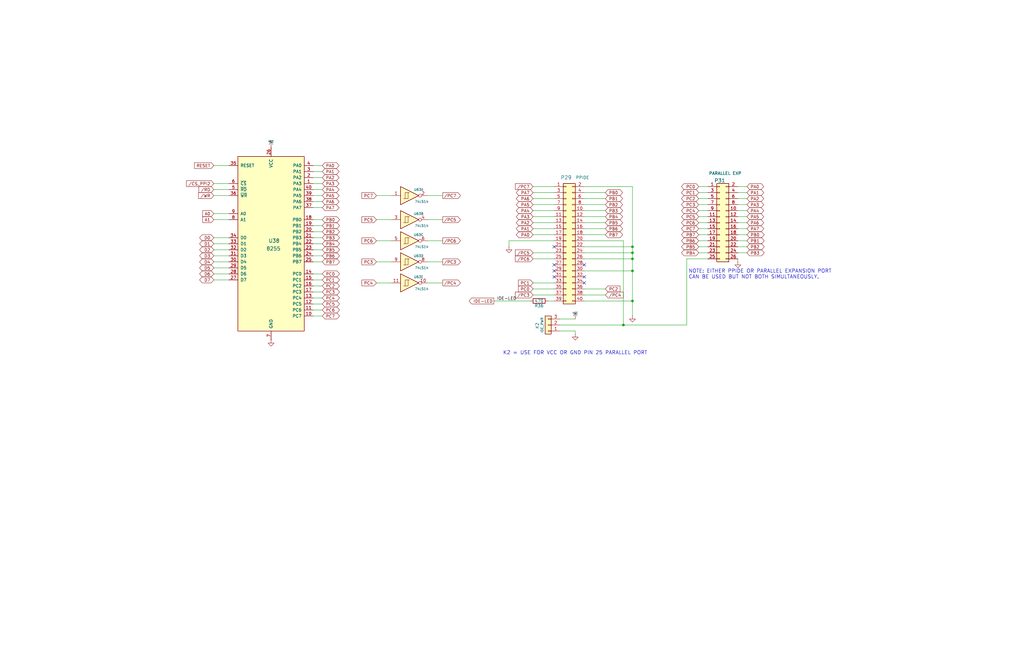
<source format=kicad_sch>
(kicad_sch
	(version 20250114)
	(generator "eeschema")
	(generator_version "9.0")
	(uuid "8fc55678-f167-4928-bd64-95d955377bc2")
	(paper "USLedger")
	(title_block
		(title "N8PC")
		(date "2025-11-26")
		(rev "000.9")
		(comment 1 "https://github.com/danwerner21/N8PC")
		(comment 2 "Based on work by Andrew Lynch and John Coffman")
	)
	(lib_symbols
		(symbol "74xx:74LS14"
			(pin_names
				(offset 1.016)
			)
			(exclude_from_sim no)
			(in_bom yes)
			(on_board yes)
			(property "Reference" "U"
				(at 0 1.27 0)
				(effects
					(font
						(size 1.27 1.27)
					)
				)
			)
			(property "Value" "74LS14"
				(at 0 -1.27 0)
				(effects
					(font
						(size 1.27 1.27)
					)
				)
			)
			(property "Footprint" ""
				(at 0 0 0)
				(effects
					(font
						(size 1.27 1.27)
					)
					(hide yes)
				)
			)
			(property "Datasheet" "http://www.ti.com/lit/gpn/sn74LS14"
				(at 0 0 0)
				(effects
					(font
						(size 1.27 1.27)
					)
					(hide yes)
				)
			)
			(property "Description" "Hex inverter schmitt trigger"
				(at 0 0 0)
				(effects
					(font
						(size 1.27 1.27)
					)
					(hide yes)
				)
			)
			(property "ki_locked" ""
				(at 0 0 0)
				(effects
					(font
						(size 1.27 1.27)
					)
				)
			)
			(property "ki_keywords" "TTL not inverter"
				(at 0 0 0)
				(effects
					(font
						(size 1.27 1.27)
					)
					(hide yes)
				)
			)
			(property "ki_fp_filters" "DIP*W7.62mm*"
				(at 0 0 0)
				(effects
					(font
						(size 1.27 1.27)
					)
					(hide yes)
				)
			)
			(symbol "74LS14_1_0"
				(polyline
					(pts
						(xy -3.81 3.81) (xy -3.81 -3.81) (xy 3.81 0) (xy -3.81 3.81)
					)
					(stroke
						(width 0.254)
						(type default)
					)
					(fill
						(type background)
					)
				)
				(pin input line
					(at -7.62 0 0)
					(length 3.81)
					(name "~"
						(effects
							(font
								(size 1.27 1.27)
							)
						)
					)
					(number "1"
						(effects
							(font
								(size 1.27 1.27)
							)
						)
					)
				)
				(pin output inverted
					(at 7.62 0 180)
					(length 3.81)
					(name "~"
						(effects
							(font
								(size 1.27 1.27)
							)
						)
					)
					(number "2"
						(effects
							(font
								(size 1.27 1.27)
							)
						)
					)
				)
			)
			(symbol "74LS14_1_1"
				(polyline
					(pts
						(xy -2.54 -1.27) (xy -0.635 -1.27) (xy -0.635 1.27) (xy 0 1.27)
					)
					(stroke
						(width 0)
						(type default)
					)
					(fill
						(type none)
					)
				)
				(polyline
					(pts
						(xy -1.905 -1.27) (xy -1.905 1.27) (xy -0.635 1.27)
					)
					(stroke
						(width 0)
						(type default)
					)
					(fill
						(type none)
					)
				)
			)
			(symbol "74LS14_2_0"
				(polyline
					(pts
						(xy -3.81 3.81) (xy -3.81 -3.81) (xy 3.81 0) (xy -3.81 3.81)
					)
					(stroke
						(width 0.254)
						(type default)
					)
					(fill
						(type background)
					)
				)
				(pin input line
					(at -7.62 0 0)
					(length 3.81)
					(name "~"
						(effects
							(font
								(size 1.27 1.27)
							)
						)
					)
					(number "3"
						(effects
							(font
								(size 1.27 1.27)
							)
						)
					)
				)
				(pin output inverted
					(at 7.62 0 180)
					(length 3.81)
					(name "~"
						(effects
							(font
								(size 1.27 1.27)
							)
						)
					)
					(number "4"
						(effects
							(font
								(size 1.27 1.27)
							)
						)
					)
				)
			)
			(symbol "74LS14_2_1"
				(polyline
					(pts
						(xy -2.54 -1.27) (xy -0.635 -1.27) (xy -0.635 1.27) (xy 0 1.27)
					)
					(stroke
						(width 0)
						(type default)
					)
					(fill
						(type none)
					)
				)
				(polyline
					(pts
						(xy -1.905 -1.27) (xy -1.905 1.27) (xy -0.635 1.27)
					)
					(stroke
						(width 0)
						(type default)
					)
					(fill
						(type none)
					)
				)
			)
			(symbol "74LS14_3_0"
				(polyline
					(pts
						(xy -3.81 3.81) (xy -3.81 -3.81) (xy 3.81 0) (xy -3.81 3.81)
					)
					(stroke
						(width 0.254)
						(type default)
					)
					(fill
						(type background)
					)
				)
				(pin input line
					(at -7.62 0 0)
					(length 3.81)
					(name "~"
						(effects
							(font
								(size 1.27 1.27)
							)
						)
					)
					(number "5"
						(effects
							(font
								(size 1.27 1.27)
							)
						)
					)
				)
				(pin output inverted
					(at 7.62 0 180)
					(length 3.81)
					(name "~"
						(effects
							(font
								(size 1.27 1.27)
							)
						)
					)
					(number "6"
						(effects
							(font
								(size 1.27 1.27)
							)
						)
					)
				)
			)
			(symbol "74LS14_3_1"
				(polyline
					(pts
						(xy -2.54 -1.27) (xy -0.635 -1.27) (xy -0.635 1.27) (xy 0 1.27)
					)
					(stroke
						(width 0)
						(type default)
					)
					(fill
						(type none)
					)
				)
				(polyline
					(pts
						(xy -1.905 -1.27) (xy -1.905 1.27) (xy -0.635 1.27)
					)
					(stroke
						(width 0)
						(type default)
					)
					(fill
						(type none)
					)
				)
			)
			(symbol "74LS14_4_0"
				(polyline
					(pts
						(xy -3.81 3.81) (xy -3.81 -3.81) (xy 3.81 0) (xy -3.81 3.81)
					)
					(stroke
						(width 0.254)
						(type default)
					)
					(fill
						(type background)
					)
				)
				(pin input line
					(at -7.62 0 0)
					(length 3.81)
					(name "~"
						(effects
							(font
								(size 1.27 1.27)
							)
						)
					)
					(number "9"
						(effects
							(font
								(size 1.27 1.27)
							)
						)
					)
				)
				(pin output inverted
					(at 7.62 0 180)
					(length 3.81)
					(name "~"
						(effects
							(font
								(size 1.27 1.27)
							)
						)
					)
					(number "8"
						(effects
							(font
								(size 1.27 1.27)
							)
						)
					)
				)
			)
			(symbol "74LS14_4_1"
				(polyline
					(pts
						(xy -2.54 -1.27) (xy -0.635 -1.27) (xy -0.635 1.27) (xy 0 1.27)
					)
					(stroke
						(width 0)
						(type default)
					)
					(fill
						(type none)
					)
				)
				(polyline
					(pts
						(xy -1.905 -1.27) (xy -1.905 1.27) (xy -0.635 1.27)
					)
					(stroke
						(width 0)
						(type default)
					)
					(fill
						(type none)
					)
				)
			)
			(symbol "74LS14_5_0"
				(polyline
					(pts
						(xy -3.81 3.81) (xy -3.81 -3.81) (xy 3.81 0) (xy -3.81 3.81)
					)
					(stroke
						(width 0.254)
						(type default)
					)
					(fill
						(type background)
					)
				)
				(pin input line
					(at -7.62 0 0)
					(length 3.81)
					(name "~"
						(effects
							(font
								(size 1.27 1.27)
							)
						)
					)
					(number "11"
						(effects
							(font
								(size 1.27 1.27)
							)
						)
					)
				)
				(pin output inverted
					(at 7.62 0 180)
					(length 3.81)
					(name "~"
						(effects
							(font
								(size 1.27 1.27)
							)
						)
					)
					(number "10"
						(effects
							(font
								(size 1.27 1.27)
							)
						)
					)
				)
			)
			(symbol "74LS14_5_1"
				(polyline
					(pts
						(xy -2.54 -1.27) (xy -0.635 -1.27) (xy -0.635 1.27) (xy 0 1.27)
					)
					(stroke
						(width 0)
						(type default)
					)
					(fill
						(type none)
					)
				)
				(polyline
					(pts
						(xy -1.905 -1.27) (xy -1.905 1.27) (xy -0.635 1.27)
					)
					(stroke
						(width 0)
						(type default)
					)
					(fill
						(type none)
					)
				)
			)
			(symbol "74LS14_6_0"
				(polyline
					(pts
						(xy -3.81 3.81) (xy -3.81 -3.81) (xy 3.81 0) (xy -3.81 3.81)
					)
					(stroke
						(width 0.254)
						(type default)
					)
					(fill
						(type background)
					)
				)
				(pin input line
					(at -7.62 0 0)
					(length 3.81)
					(name "~"
						(effects
							(font
								(size 1.27 1.27)
							)
						)
					)
					(number "13"
						(effects
							(font
								(size 1.27 1.27)
							)
						)
					)
				)
				(pin output inverted
					(at 7.62 0 180)
					(length 3.81)
					(name "~"
						(effects
							(font
								(size 1.27 1.27)
							)
						)
					)
					(number "12"
						(effects
							(font
								(size 1.27 1.27)
							)
						)
					)
				)
			)
			(symbol "74LS14_6_1"
				(polyline
					(pts
						(xy -2.54 -1.27) (xy -0.635 -1.27) (xy -0.635 1.27) (xy 0 1.27)
					)
					(stroke
						(width 0)
						(type default)
					)
					(fill
						(type none)
					)
				)
				(polyline
					(pts
						(xy -1.905 -1.27) (xy -1.905 1.27) (xy -0.635 1.27)
					)
					(stroke
						(width 0)
						(type default)
					)
					(fill
						(type none)
					)
				)
			)
			(symbol "74LS14_7_0"
				(pin power_in line
					(at 0 12.7 270)
					(length 5.08)
					(name "VCC"
						(effects
							(font
								(size 1.27 1.27)
							)
						)
					)
					(number "14"
						(effects
							(font
								(size 1.27 1.27)
							)
						)
					)
				)
				(pin power_in line
					(at 0 -12.7 90)
					(length 5.08)
					(name "GND"
						(effects
							(font
								(size 1.27 1.27)
							)
						)
					)
					(number "7"
						(effects
							(font
								(size 1.27 1.27)
							)
						)
					)
				)
			)
			(symbol "74LS14_7_1"
				(rectangle
					(start -5.08 7.62)
					(end 5.08 -7.62)
					(stroke
						(width 0.254)
						(type default)
					)
					(fill
						(type background)
					)
				)
			)
			(embedded_fonts no)
		)
		(symbol "Connector_Generic:Conn_01x03"
			(pin_names
				(offset 1.016)
				(hide yes)
			)
			(exclude_from_sim no)
			(in_bom yes)
			(on_board yes)
			(property "Reference" "J"
				(at 0 5.08 0)
				(effects
					(font
						(size 1.27 1.27)
					)
				)
			)
			(property "Value" "Conn_01x03"
				(at 0 -5.08 0)
				(effects
					(font
						(size 1.27 1.27)
					)
				)
			)
			(property "Footprint" ""
				(at 0 0 0)
				(effects
					(font
						(size 1.27 1.27)
					)
					(hide yes)
				)
			)
			(property "Datasheet" "~"
				(at 0 0 0)
				(effects
					(font
						(size 1.27 1.27)
					)
					(hide yes)
				)
			)
			(property "Description" "Generic connector, single row, 01x03, script generated (kicad-library-utils/schlib/autogen/connector/)"
				(at 0 0 0)
				(effects
					(font
						(size 1.27 1.27)
					)
					(hide yes)
				)
			)
			(property "ki_keywords" "connector"
				(at 0 0 0)
				(effects
					(font
						(size 1.27 1.27)
					)
					(hide yes)
				)
			)
			(property "ki_fp_filters" "Connector*:*_1x??_*"
				(at 0 0 0)
				(effects
					(font
						(size 1.27 1.27)
					)
					(hide yes)
				)
			)
			(symbol "Conn_01x03_1_1"
				(rectangle
					(start -1.27 3.81)
					(end 1.27 -3.81)
					(stroke
						(width 0.254)
						(type default)
					)
					(fill
						(type background)
					)
				)
				(rectangle
					(start -1.27 2.667)
					(end 0 2.413)
					(stroke
						(width 0.1524)
						(type default)
					)
					(fill
						(type none)
					)
				)
				(rectangle
					(start -1.27 0.127)
					(end 0 -0.127)
					(stroke
						(width 0.1524)
						(type default)
					)
					(fill
						(type none)
					)
				)
				(rectangle
					(start -1.27 -2.413)
					(end 0 -2.667)
					(stroke
						(width 0.1524)
						(type default)
					)
					(fill
						(type none)
					)
				)
				(pin passive line
					(at -5.08 2.54 0)
					(length 3.81)
					(name "Pin_1"
						(effects
							(font
								(size 1.27 1.27)
							)
						)
					)
					(number "1"
						(effects
							(font
								(size 1.27 1.27)
							)
						)
					)
				)
				(pin passive line
					(at -5.08 0 0)
					(length 3.81)
					(name "Pin_2"
						(effects
							(font
								(size 1.27 1.27)
							)
						)
					)
					(number "2"
						(effects
							(font
								(size 1.27 1.27)
							)
						)
					)
				)
				(pin passive line
					(at -5.08 -2.54 0)
					(length 3.81)
					(name "Pin_3"
						(effects
							(font
								(size 1.27 1.27)
							)
						)
					)
					(number "3"
						(effects
							(font
								(size 1.27 1.27)
							)
						)
					)
				)
			)
			(embedded_fonts no)
		)
		(symbol "Connector_Generic:Conn_02x13_Odd_Even"
			(pin_names
				(offset 1.016)
				(hide yes)
			)
			(exclude_from_sim no)
			(in_bom yes)
			(on_board yes)
			(property "Reference" "J"
				(at 1.27 17.78 0)
				(effects
					(font
						(size 1.27 1.27)
					)
				)
			)
			(property "Value" "Conn_02x13_Odd_Even"
				(at 1.27 -17.78 0)
				(effects
					(font
						(size 1.27 1.27)
					)
				)
			)
			(property "Footprint" ""
				(at 0 0 0)
				(effects
					(font
						(size 1.27 1.27)
					)
					(hide yes)
				)
			)
			(property "Datasheet" "~"
				(at 0 0 0)
				(effects
					(font
						(size 1.27 1.27)
					)
					(hide yes)
				)
			)
			(property "Description" "Generic connector, double row, 02x13, odd/even pin numbering scheme (row 1 odd numbers, row 2 even numbers), script generated (kicad-library-utils/schlib/autogen/connector/)"
				(at 0 0 0)
				(effects
					(font
						(size 1.27 1.27)
					)
					(hide yes)
				)
			)
			(property "ki_keywords" "connector"
				(at 0 0 0)
				(effects
					(font
						(size 1.27 1.27)
					)
					(hide yes)
				)
			)
			(property "ki_fp_filters" "Connector*:*_2x??_*"
				(at 0 0 0)
				(effects
					(font
						(size 1.27 1.27)
					)
					(hide yes)
				)
			)
			(symbol "Conn_02x13_Odd_Even_1_1"
				(rectangle
					(start -1.27 16.51)
					(end 3.81 -16.51)
					(stroke
						(width 0.254)
						(type default)
					)
					(fill
						(type background)
					)
				)
				(rectangle
					(start -1.27 15.367)
					(end 0 15.113)
					(stroke
						(width 0.1524)
						(type default)
					)
					(fill
						(type none)
					)
				)
				(rectangle
					(start -1.27 12.827)
					(end 0 12.573)
					(stroke
						(width 0.1524)
						(type default)
					)
					(fill
						(type none)
					)
				)
				(rectangle
					(start -1.27 10.287)
					(end 0 10.033)
					(stroke
						(width 0.1524)
						(type default)
					)
					(fill
						(type none)
					)
				)
				(rectangle
					(start -1.27 7.747)
					(end 0 7.493)
					(stroke
						(width 0.1524)
						(type default)
					)
					(fill
						(type none)
					)
				)
				(rectangle
					(start -1.27 5.207)
					(end 0 4.953)
					(stroke
						(width 0.1524)
						(type default)
					)
					(fill
						(type none)
					)
				)
				(rectangle
					(start -1.27 2.667)
					(end 0 2.413)
					(stroke
						(width 0.1524)
						(type default)
					)
					(fill
						(type none)
					)
				)
				(rectangle
					(start -1.27 0.127)
					(end 0 -0.127)
					(stroke
						(width 0.1524)
						(type default)
					)
					(fill
						(type none)
					)
				)
				(rectangle
					(start -1.27 -2.413)
					(end 0 -2.667)
					(stroke
						(width 0.1524)
						(type default)
					)
					(fill
						(type none)
					)
				)
				(rectangle
					(start -1.27 -4.953)
					(end 0 -5.207)
					(stroke
						(width 0.1524)
						(type default)
					)
					(fill
						(type none)
					)
				)
				(rectangle
					(start -1.27 -7.493)
					(end 0 -7.747)
					(stroke
						(width 0.1524)
						(type default)
					)
					(fill
						(type none)
					)
				)
				(rectangle
					(start -1.27 -10.033)
					(end 0 -10.287)
					(stroke
						(width 0.1524)
						(type default)
					)
					(fill
						(type none)
					)
				)
				(rectangle
					(start -1.27 -12.573)
					(end 0 -12.827)
					(stroke
						(width 0.1524)
						(type default)
					)
					(fill
						(type none)
					)
				)
				(rectangle
					(start -1.27 -15.113)
					(end 0 -15.367)
					(stroke
						(width 0.1524)
						(type default)
					)
					(fill
						(type none)
					)
				)
				(rectangle
					(start 3.81 15.367)
					(end 2.54 15.113)
					(stroke
						(width 0.1524)
						(type default)
					)
					(fill
						(type none)
					)
				)
				(rectangle
					(start 3.81 12.827)
					(end 2.54 12.573)
					(stroke
						(width 0.1524)
						(type default)
					)
					(fill
						(type none)
					)
				)
				(rectangle
					(start 3.81 10.287)
					(end 2.54 10.033)
					(stroke
						(width 0.1524)
						(type default)
					)
					(fill
						(type none)
					)
				)
				(rectangle
					(start 3.81 7.747)
					(end 2.54 7.493)
					(stroke
						(width 0.1524)
						(type default)
					)
					(fill
						(type none)
					)
				)
				(rectangle
					(start 3.81 5.207)
					(end 2.54 4.953)
					(stroke
						(width 0.1524)
						(type default)
					)
					(fill
						(type none)
					)
				)
				(rectangle
					(start 3.81 2.667)
					(end 2.54 2.413)
					(stroke
						(width 0.1524)
						(type default)
					)
					(fill
						(type none)
					)
				)
				(rectangle
					(start 3.81 0.127)
					(end 2.54 -0.127)
					(stroke
						(width 0.1524)
						(type default)
					)
					(fill
						(type none)
					)
				)
				(rectangle
					(start 3.81 -2.413)
					(end 2.54 -2.667)
					(stroke
						(width 0.1524)
						(type default)
					)
					(fill
						(type none)
					)
				)
				(rectangle
					(start 3.81 -4.953)
					(end 2.54 -5.207)
					(stroke
						(width 0.1524)
						(type default)
					)
					(fill
						(type none)
					)
				)
				(rectangle
					(start 3.81 -7.493)
					(end 2.54 -7.747)
					(stroke
						(width 0.1524)
						(type default)
					)
					(fill
						(type none)
					)
				)
				(rectangle
					(start 3.81 -10.033)
					(end 2.54 -10.287)
					(stroke
						(width 0.1524)
						(type default)
					)
					(fill
						(type none)
					)
				)
				(rectangle
					(start 3.81 -12.573)
					(end 2.54 -12.827)
					(stroke
						(width 0.1524)
						(type default)
					)
					(fill
						(type none)
					)
				)
				(rectangle
					(start 3.81 -15.113)
					(end 2.54 -15.367)
					(stroke
						(width 0.1524)
						(type default)
					)
					(fill
						(type none)
					)
				)
				(pin passive line
					(at -5.08 15.24 0)
					(length 3.81)
					(name "Pin_1"
						(effects
							(font
								(size 1.27 1.27)
							)
						)
					)
					(number "1"
						(effects
							(font
								(size 1.27 1.27)
							)
						)
					)
				)
				(pin passive line
					(at -5.08 12.7 0)
					(length 3.81)
					(name "Pin_3"
						(effects
							(font
								(size 1.27 1.27)
							)
						)
					)
					(number "3"
						(effects
							(font
								(size 1.27 1.27)
							)
						)
					)
				)
				(pin passive line
					(at -5.08 10.16 0)
					(length 3.81)
					(name "Pin_5"
						(effects
							(font
								(size 1.27 1.27)
							)
						)
					)
					(number "5"
						(effects
							(font
								(size 1.27 1.27)
							)
						)
					)
				)
				(pin passive line
					(at -5.08 7.62 0)
					(length 3.81)
					(name "Pin_7"
						(effects
							(font
								(size 1.27 1.27)
							)
						)
					)
					(number "7"
						(effects
							(font
								(size 1.27 1.27)
							)
						)
					)
				)
				(pin passive line
					(at -5.08 5.08 0)
					(length 3.81)
					(name "Pin_9"
						(effects
							(font
								(size 1.27 1.27)
							)
						)
					)
					(number "9"
						(effects
							(font
								(size 1.27 1.27)
							)
						)
					)
				)
				(pin passive line
					(at -5.08 2.54 0)
					(length 3.81)
					(name "Pin_11"
						(effects
							(font
								(size 1.27 1.27)
							)
						)
					)
					(number "11"
						(effects
							(font
								(size 1.27 1.27)
							)
						)
					)
				)
				(pin passive line
					(at -5.08 0 0)
					(length 3.81)
					(name "Pin_13"
						(effects
							(font
								(size 1.27 1.27)
							)
						)
					)
					(number "13"
						(effects
							(font
								(size 1.27 1.27)
							)
						)
					)
				)
				(pin passive line
					(at -5.08 -2.54 0)
					(length 3.81)
					(name "Pin_15"
						(effects
							(font
								(size 1.27 1.27)
							)
						)
					)
					(number "15"
						(effects
							(font
								(size 1.27 1.27)
							)
						)
					)
				)
				(pin passive line
					(at -5.08 -5.08 0)
					(length 3.81)
					(name "Pin_17"
						(effects
							(font
								(size 1.27 1.27)
							)
						)
					)
					(number "17"
						(effects
							(font
								(size 1.27 1.27)
							)
						)
					)
				)
				(pin passive line
					(at -5.08 -7.62 0)
					(length 3.81)
					(name "Pin_19"
						(effects
							(font
								(size 1.27 1.27)
							)
						)
					)
					(number "19"
						(effects
							(font
								(size 1.27 1.27)
							)
						)
					)
				)
				(pin passive line
					(at -5.08 -10.16 0)
					(length 3.81)
					(name "Pin_21"
						(effects
							(font
								(size 1.27 1.27)
							)
						)
					)
					(number "21"
						(effects
							(font
								(size 1.27 1.27)
							)
						)
					)
				)
				(pin passive line
					(at -5.08 -12.7 0)
					(length 3.81)
					(name "Pin_23"
						(effects
							(font
								(size 1.27 1.27)
							)
						)
					)
					(number "23"
						(effects
							(font
								(size 1.27 1.27)
							)
						)
					)
				)
				(pin passive line
					(at -5.08 -15.24 0)
					(length 3.81)
					(name "Pin_25"
						(effects
							(font
								(size 1.27 1.27)
							)
						)
					)
					(number "25"
						(effects
							(font
								(size 1.27 1.27)
							)
						)
					)
				)
				(pin passive line
					(at 7.62 15.24 180)
					(length 3.81)
					(name "Pin_2"
						(effects
							(font
								(size 1.27 1.27)
							)
						)
					)
					(number "2"
						(effects
							(font
								(size 1.27 1.27)
							)
						)
					)
				)
				(pin passive line
					(at 7.62 12.7 180)
					(length 3.81)
					(name "Pin_4"
						(effects
							(font
								(size 1.27 1.27)
							)
						)
					)
					(number "4"
						(effects
							(font
								(size 1.27 1.27)
							)
						)
					)
				)
				(pin passive line
					(at 7.62 10.16 180)
					(length 3.81)
					(name "Pin_6"
						(effects
							(font
								(size 1.27 1.27)
							)
						)
					)
					(number "6"
						(effects
							(font
								(size 1.27 1.27)
							)
						)
					)
				)
				(pin passive line
					(at 7.62 7.62 180)
					(length 3.81)
					(name "Pin_8"
						(effects
							(font
								(size 1.27 1.27)
							)
						)
					)
					(number "8"
						(effects
							(font
								(size 1.27 1.27)
							)
						)
					)
				)
				(pin passive line
					(at 7.62 5.08 180)
					(length 3.81)
					(name "Pin_10"
						(effects
							(font
								(size 1.27 1.27)
							)
						)
					)
					(number "10"
						(effects
							(font
								(size 1.27 1.27)
							)
						)
					)
				)
				(pin passive line
					(at 7.62 2.54 180)
					(length 3.81)
					(name "Pin_12"
						(effects
							(font
								(size 1.27 1.27)
							)
						)
					)
					(number "12"
						(effects
							(font
								(size 1.27 1.27)
							)
						)
					)
				)
				(pin passive line
					(at 7.62 0 180)
					(length 3.81)
					(name "Pin_14"
						(effects
							(font
								(size 1.27 1.27)
							)
						)
					)
					(number "14"
						(effects
							(font
								(size 1.27 1.27)
							)
						)
					)
				)
				(pin passive line
					(at 7.62 -2.54 180)
					(length 3.81)
					(name "Pin_16"
						(effects
							(font
								(size 1.27 1.27)
							)
						)
					)
					(number "16"
						(effects
							(font
								(size 1.27 1.27)
							)
						)
					)
				)
				(pin passive line
					(at 7.62 -5.08 180)
					(length 3.81)
					(name "Pin_18"
						(effects
							(font
								(size 1.27 1.27)
							)
						)
					)
					(number "18"
						(effects
							(font
								(size 1.27 1.27)
							)
						)
					)
				)
				(pin passive line
					(at 7.62 -7.62 180)
					(length 3.81)
					(name "Pin_20"
						(effects
							(font
								(size 1.27 1.27)
							)
						)
					)
					(number "20"
						(effects
							(font
								(size 1.27 1.27)
							)
						)
					)
				)
				(pin passive line
					(at 7.62 -10.16 180)
					(length 3.81)
					(name "Pin_22"
						(effects
							(font
								(size 1.27 1.27)
							)
						)
					)
					(number "22"
						(effects
							(font
								(size 1.27 1.27)
							)
						)
					)
				)
				(pin passive line
					(at 7.62 -12.7 180)
					(length 3.81)
					(name "Pin_24"
						(effects
							(font
								(size 1.27 1.27)
							)
						)
					)
					(number "24"
						(effects
							(font
								(size 1.27 1.27)
							)
						)
					)
				)
				(pin passive line
					(at 7.62 -15.24 180)
					(length 3.81)
					(name "Pin_26"
						(effects
							(font
								(size 1.27 1.27)
							)
						)
					)
					(number "26"
						(effects
							(font
								(size 1.27 1.27)
							)
						)
					)
				)
			)
			(embedded_fonts no)
		)
		(symbol "Connector_Generic:Conn_02x20_Odd_Even"
			(pin_names
				(offset 1.016)
				(hide yes)
			)
			(exclude_from_sim no)
			(in_bom yes)
			(on_board yes)
			(property "Reference" "J"
				(at 1.27 25.4 0)
				(effects
					(font
						(size 1.27 1.27)
					)
				)
			)
			(property "Value" "Conn_02x20_Odd_Even"
				(at 1.27 -27.94 0)
				(effects
					(font
						(size 1.27 1.27)
					)
				)
			)
			(property "Footprint" ""
				(at 0 0 0)
				(effects
					(font
						(size 1.27 1.27)
					)
					(hide yes)
				)
			)
			(property "Datasheet" "~"
				(at 0 0 0)
				(effects
					(font
						(size 1.27 1.27)
					)
					(hide yes)
				)
			)
			(property "Description" "Generic connector, double row, 02x20, odd/even pin numbering scheme (row 1 odd numbers, row 2 even numbers), script generated (kicad-library-utils/schlib/autogen/connector/)"
				(at 0 0 0)
				(effects
					(font
						(size 1.27 1.27)
					)
					(hide yes)
				)
			)
			(property "ki_keywords" "connector"
				(at 0 0 0)
				(effects
					(font
						(size 1.27 1.27)
					)
					(hide yes)
				)
			)
			(property "ki_fp_filters" "Connector*:*_2x??_*"
				(at 0 0 0)
				(effects
					(font
						(size 1.27 1.27)
					)
					(hide yes)
				)
			)
			(symbol "Conn_02x20_Odd_Even_1_1"
				(rectangle
					(start -1.27 24.13)
					(end 3.81 -26.67)
					(stroke
						(width 0.254)
						(type default)
					)
					(fill
						(type background)
					)
				)
				(rectangle
					(start -1.27 22.987)
					(end 0 22.733)
					(stroke
						(width 0.1524)
						(type default)
					)
					(fill
						(type none)
					)
				)
				(rectangle
					(start -1.27 20.447)
					(end 0 20.193)
					(stroke
						(width 0.1524)
						(type default)
					)
					(fill
						(type none)
					)
				)
				(rectangle
					(start -1.27 17.907)
					(end 0 17.653)
					(stroke
						(width 0.1524)
						(type default)
					)
					(fill
						(type none)
					)
				)
				(rectangle
					(start -1.27 15.367)
					(end 0 15.113)
					(stroke
						(width 0.1524)
						(type default)
					)
					(fill
						(type none)
					)
				)
				(rectangle
					(start -1.27 12.827)
					(end 0 12.573)
					(stroke
						(width 0.1524)
						(type default)
					)
					(fill
						(type none)
					)
				)
				(rectangle
					(start -1.27 10.287)
					(end 0 10.033)
					(stroke
						(width 0.1524)
						(type default)
					)
					(fill
						(type none)
					)
				)
				(rectangle
					(start -1.27 7.747)
					(end 0 7.493)
					(stroke
						(width 0.1524)
						(type default)
					)
					(fill
						(type none)
					)
				)
				(rectangle
					(start -1.27 5.207)
					(end 0 4.953)
					(stroke
						(width 0.1524)
						(type default)
					)
					(fill
						(type none)
					)
				)
				(rectangle
					(start -1.27 2.667)
					(end 0 2.413)
					(stroke
						(width 0.1524)
						(type default)
					)
					(fill
						(type none)
					)
				)
				(rectangle
					(start -1.27 0.127)
					(end 0 -0.127)
					(stroke
						(width 0.1524)
						(type default)
					)
					(fill
						(type none)
					)
				)
				(rectangle
					(start -1.27 -2.413)
					(end 0 -2.667)
					(stroke
						(width 0.1524)
						(type default)
					)
					(fill
						(type none)
					)
				)
				(rectangle
					(start -1.27 -4.953)
					(end 0 -5.207)
					(stroke
						(width 0.1524)
						(type default)
					)
					(fill
						(type none)
					)
				)
				(rectangle
					(start -1.27 -7.493)
					(end 0 -7.747)
					(stroke
						(width 0.1524)
						(type default)
					)
					(fill
						(type none)
					)
				)
				(rectangle
					(start -1.27 -10.033)
					(end 0 -10.287)
					(stroke
						(width 0.1524)
						(type default)
					)
					(fill
						(type none)
					)
				)
				(rectangle
					(start -1.27 -12.573)
					(end 0 -12.827)
					(stroke
						(width 0.1524)
						(type default)
					)
					(fill
						(type none)
					)
				)
				(rectangle
					(start -1.27 -15.113)
					(end 0 -15.367)
					(stroke
						(width 0.1524)
						(type default)
					)
					(fill
						(type none)
					)
				)
				(rectangle
					(start -1.27 -17.653)
					(end 0 -17.907)
					(stroke
						(width 0.1524)
						(type default)
					)
					(fill
						(type none)
					)
				)
				(rectangle
					(start -1.27 -20.193)
					(end 0 -20.447)
					(stroke
						(width 0.1524)
						(type default)
					)
					(fill
						(type none)
					)
				)
				(rectangle
					(start -1.27 -22.733)
					(end 0 -22.987)
					(stroke
						(width 0.1524)
						(type default)
					)
					(fill
						(type none)
					)
				)
				(rectangle
					(start -1.27 -25.273)
					(end 0 -25.527)
					(stroke
						(width 0.1524)
						(type default)
					)
					(fill
						(type none)
					)
				)
				(rectangle
					(start 3.81 22.987)
					(end 2.54 22.733)
					(stroke
						(width 0.1524)
						(type default)
					)
					(fill
						(type none)
					)
				)
				(rectangle
					(start 3.81 20.447)
					(end 2.54 20.193)
					(stroke
						(width 0.1524)
						(type default)
					)
					(fill
						(type none)
					)
				)
				(rectangle
					(start 3.81 17.907)
					(end 2.54 17.653)
					(stroke
						(width 0.1524)
						(type default)
					)
					(fill
						(type none)
					)
				)
				(rectangle
					(start 3.81 15.367)
					(end 2.54 15.113)
					(stroke
						(width 0.1524)
						(type default)
					)
					(fill
						(type none)
					)
				)
				(rectangle
					(start 3.81 12.827)
					(end 2.54 12.573)
					(stroke
						(width 0.1524)
						(type default)
					)
					(fill
						(type none)
					)
				)
				(rectangle
					(start 3.81 10.287)
					(end 2.54 10.033)
					(stroke
						(width 0.1524)
						(type default)
					)
					(fill
						(type none)
					)
				)
				(rectangle
					(start 3.81 7.747)
					(end 2.54 7.493)
					(stroke
						(width 0.1524)
						(type default)
					)
					(fill
						(type none)
					)
				)
				(rectangle
					(start 3.81 5.207)
					(end 2.54 4.953)
					(stroke
						(width 0.1524)
						(type default)
					)
					(fill
						(type none)
					)
				)
				(rectangle
					(start 3.81 2.667)
					(end 2.54 2.413)
					(stroke
						(width 0.1524)
						(type default)
					)
					(fill
						(type none)
					)
				)
				(rectangle
					(start 3.81 0.127)
					(end 2.54 -0.127)
					(stroke
						(width 0.1524)
						(type default)
					)
					(fill
						(type none)
					)
				)
				(rectangle
					(start 3.81 -2.413)
					(end 2.54 -2.667)
					(stroke
						(width 0.1524)
						(type default)
					)
					(fill
						(type none)
					)
				)
				(rectangle
					(start 3.81 -4.953)
					(end 2.54 -5.207)
					(stroke
						(width 0.1524)
						(type default)
					)
					(fill
						(type none)
					)
				)
				(rectangle
					(start 3.81 -7.493)
					(end 2.54 -7.747)
					(stroke
						(width 0.1524)
						(type default)
					)
					(fill
						(type none)
					)
				)
				(rectangle
					(start 3.81 -10.033)
					(end 2.54 -10.287)
					(stroke
						(width 0.1524)
						(type default)
					)
					(fill
						(type none)
					)
				)
				(rectangle
					(start 3.81 -12.573)
					(end 2.54 -12.827)
					(stroke
						(width 0.1524)
						(type default)
					)
					(fill
						(type none)
					)
				)
				(rectangle
					(start 3.81 -15.113)
					(end 2.54 -15.367)
					(stroke
						(width 0.1524)
						(type default)
					)
					(fill
						(type none)
					)
				)
				(rectangle
					(start 3.81 -17.653)
					(end 2.54 -17.907)
					(stroke
						(width 0.1524)
						(type default)
					)
					(fill
						(type none)
					)
				)
				(rectangle
					(start 3.81 -20.193)
					(end 2.54 -20.447)
					(stroke
						(width 0.1524)
						(type default)
					)
					(fill
						(type none)
					)
				)
				(rectangle
					(start 3.81 -22.733)
					(end 2.54 -22.987)
					(stroke
						(width 0.1524)
						(type default)
					)
					(fill
						(type none)
					)
				)
				(rectangle
					(start 3.81 -25.273)
					(end 2.54 -25.527)
					(stroke
						(width 0.1524)
						(type default)
					)
					(fill
						(type none)
					)
				)
				(pin passive line
					(at -5.08 22.86 0)
					(length 3.81)
					(name "Pin_1"
						(effects
							(font
								(size 1.27 1.27)
							)
						)
					)
					(number "1"
						(effects
							(font
								(size 1.27 1.27)
							)
						)
					)
				)
				(pin passive line
					(at -5.08 20.32 0)
					(length 3.81)
					(name "Pin_3"
						(effects
							(font
								(size 1.27 1.27)
							)
						)
					)
					(number "3"
						(effects
							(font
								(size 1.27 1.27)
							)
						)
					)
				)
				(pin passive line
					(at -5.08 17.78 0)
					(length 3.81)
					(name "Pin_5"
						(effects
							(font
								(size 1.27 1.27)
							)
						)
					)
					(number "5"
						(effects
							(font
								(size 1.27 1.27)
							)
						)
					)
				)
				(pin passive line
					(at -5.08 15.24 0)
					(length 3.81)
					(name "Pin_7"
						(effects
							(font
								(size 1.27 1.27)
							)
						)
					)
					(number "7"
						(effects
							(font
								(size 1.27 1.27)
							)
						)
					)
				)
				(pin passive line
					(at -5.08 12.7 0)
					(length 3.81)
					(name "Pin_9"
						(effects
							(font
								(size 1.27 1.27)
							)
						)
					)
					(number "9"
						(effects
							(font
								(size 1.27 1.27)
							)
						)
					)
				)
				(pin passive line
					(at -5.08 10.16 0)
					(length 3.81)
					(name "Pin_11"
						(effects
							(font
								(size 1.27 1.27)
							)
						)
					)
					(number "11"
						(effects
							(font
								(size 1.27 1.27)
							)
						)
					)
				)
				(pin passive line
					(at -5.08 7.62 0)
					(length 3.81)
					(name "Pin_13"
						(effects
							(font
								(size 1.27 1.27)
							)
						)
					)
					(number "13"
						(effects
							(font
								(size 1.27 1.27)
							)
						)
					)
				)
				(pin passive line
					(at -5.08 5.08 0)
					(length 3.81)
					(name "Pin_15"
						(effects
							(font
								(size 1.27 1.27)
							)
						)
					)
					(number "15"
						(effects
							(font
								(size 1.27 1.27)
							)
						)
					)
				)
				(pin passive line
					(at -5.08 2.54 0)
					(length 3.81)
					(name "Pin_17"
						(effects
							(font
								(size 1.27 1.27)
							)
						)
					)
					(number "17"
						(effects
							(font
								(size 1.27 1.27)
							)
						)
					)
				)
				(pin passive line
					(at -5.08 0 0)
					(length 3.81)
					(name "Pin_19"
						(effects
							(font
								(size 1.27 1.27)
							)
						)
					)
					(number "19"
						(effects
							(font
								(size 1.27 1.27)
							)
						)
					)
				)
				(pin passive line
					(at -5.08 -2.54 0)
					(length 3.81)
					(name "Pin_21"
						(effects
							(font
								(size 1.27 1.27)
							)
						)
					)
					(number "21"
						(effects
							(font
								(size 1.27 1.27)
							)
						)
					)
				)
				(pin passive line
					(at -5.08 -5.08 0)
					(length 3.81)
					(name "Pin_23"
						(effects
							(font
								(size 1.27 1.27)
							)
						)
					)
					(number "23"
						(effects
							(font
								(size 1.27 1.27)
							)
						)
					)
				)
				(pin passive line
					(at -5.08 -7.62 0)
					(length 3.81)
					(name "Pin_25"
						(effects
							(font
								(size 1.27 1.27)
							)
						)
					)
					(number "25"
						(effects
							(font
								(size 1.27 1.27)
							)
						)
					)
				)
				(pin passive line
					(at -5.08 -10.16 0)
					(length 3.81)
					(name "Pin_27"
						(effects
							(font
								(size 1.27 1.27)
							)
						)
					)
					(number "27"
						(effects
							(font
								(size 1.27 1.27)
							)
						)
					)
				)
				(pin passive line
					(at -5.08 -12.7 0)
					(length 3.81)
					(name "Pin_29"
						(effects
							(font
								(size 1.27 1.27)
							)
						)
					)
					(number "29"
						(effects
							(font
								(size 1.27 1.27)
							)
						)
					)
				)
				(pin passive line
					(at -5.08 -15.24 0)
					(length 3.81)
					(name "Pin_31"
						(effects
							(font
								(size 1.27 1.27)
							)
						)
					)
					(number "31"
						(effects
							(font
								(size 1.27 1.27)
							)
						)
					)
				)
				(pin passive line
					(at -5.08 -17.78 0)
					(length 3.81)
					(name "Pin_33"
						(effects
							(font
								(size 1.27 1.27)
							)
						)
					)
					(number "33"
						(effects
							(font
								(size 1.27 1.27)
							)
						)
					)
				)
				(pin passive line
					(at -5.08 -20.32 0)
					(length 3.81)
					(name "Pin_35"
						(effects
							(font
								(size 1.27 1.27)
							)
						)
					)
					(number "35"
						(effects
							(font
								(size 1.27 1.27)
							)
						)
					)
				)
				(pin passive line
					(at -5.08 -22.86 0)
					(length 3.81)
					(name "Pin_37"
						(effects
							(font
								(size 1.27 1.27)
							)
						)
					)
					(number "37"
						(effects
							(font
								(size 1.27 1.27)
							)
						)
					)
				)
				(pin passive line
					(at -5.08 -25.4 0)
					(length 3.81)
					(name "Pin_39"
						(effects
							(font
								(size 1.27 1.27)
							)
						)
					)
					(number "39"
						(effects
							(font
								(size 1.27 1.27)
							)
						)
					)
				)
				(pin passive line
					(at 7.62 22.86 180)
					(length 3.81)
					(name "Pin_2"
						(effects
							(font
								(size 1.27 1.27)
							)
						)
					)
					(number "2"
						(effects
							(font
								(size 1.27 1.27)
							)
						)
					)
				)
				(pin passive line
					(at 7.62 20.32 180)
					(length 3.81)
					(name "Pin_4"
						(effects
							(font
								(size 1.27 1.27)
							)
						)
					)
					(number "4"
						(effects
							(font
								(size 1.27 1.27)
							)
						)
					)
				)
				(pin passive line
					(at 7.62 17.78 180)
					(length 3.81)
					(name "Pin_6"
						(effects
							(font
								(size 1.27 1.27)
							)
						)
					)
					(number "6"
						(effects
							(font
								(size 1.27 1.27)
							)
						)
					)
				)
				(pin passive line
					(at 7.62 15.24 180)
					(length 3.81)
					(name "Pin_8"
						(effects
							(font
								(size 1.27 1.27)
							)
						)
					)
					(number "8"
						(effects
							(font
								(size 1.27 1.27)
							)
						)
					)
				)
				(pin passive line
					(at 7.62 12.7 180)
					(length 3.81)
					(name "Pin_10"
						(effects
							(font
								(size 1.27 1.27)
							)
						)
					)
					(number "10"
						(effects
							(font
								(size 1.27 1.27)
							)
						)
					)
				)
				(pin passive line
					(at 7.62 10.16 180)
					(length 3.81)
					(name "Pin_12"
						(effects
							(font
								(size 1.27 1.27)
							)
						)
					)
					(number "12"
						(effects
							(font
								(size 1.27 1.27)
							)
						)
					)
				)
				(pin passive line
					(at 7.62 7.62 180)
					(length 3.81)
					(name "Pin_14"
						(effects
							(font
								(size 1.27 1.27)
							)
						)
					)
					(number "14"
						(effects
							(font
								(size 1.27 1.27)
							)
						)
					)
				)
				(pin passive line
					(at 7.62 5.08 180)
					(length 3.81)
					(name "Pin_16"
						(effects
							(font
								(size 1.27 1.27)
							)
						)
					)
					(number "16"
						(effects
							(font
								(size 1.27 1.27)
							)
						)
					)
				)
				(pin passive line
					(at 7.62 2.54 180)
					(length 3.81)
					(name "Pin_18"
						(effects
							(font
								(size 1.27 1.27)
							)
						)
					)
					(number "18"
						(effects
							(font
								(size 1.27 1.27)
							)
						)
					)
				)
				(pin passive line
					(at 7.62 0 180)
					(length 3.81)
					(name "Pin_20"
						(effects
							(font
								(size 1.27 1.27)
							)
						)
					)
					(number "20"
						(effects
							(font
								(size 1.27 1.27)
							)
						)
					)
				)
				(pin passive line
					(at 7.62 -2.54 180)
					(length 3.81)
					(name "Pin_22"
						(effects
							(font
								(size 1.27 1.27)
							)
						)
					)
					(number "22"
						(effects
							(font
								(size 1.27 1.27)
							)
						)
					)
				)
				(pin passive line
					(at 7.62 -5.08 180)
					(length 3.81)
					(name "Pin_24"
						(effects
							(font
								(size 1.27 1.27)
							)
						)
					)
					(number "24"
						(effects
							(font
								(size 1.27 1.27)
							)
						)
					)
				)
				(pin passive line
					(at 7.62 -7.62 180)
					(length 3.81)
					(name "Pin_26"
						(effects
							(font
								(size 1.27 1.27)
							)
						)
					)
					(number "26"
						(effects
							(font
								(size 1.27 1.27)
							)
						)
					)
				)
				(pin passive line
					(at 7.62 -10.16 180)
					(length 3.81)
					(name "Pin_28"
						(effects
							(font
								(size 1.27 1.27)
							)
						)
					)
					(number "28"
						(effects
							(font
								(size 1.27 1.27)
							)
						)
					)
				)
				(pin passive line
					(at 7.62 -12.7 180)
					(length 3.81)
					(name "Pin_30"
						(effects
							(font
								(size 1.27 1.27)
							)
						)
					)
					(number "30"
						(effects
							(font
								(size 1.27 1.27)
							)
						)
					)
				)
				(pin passive line
					(at 7.62 -15.24 180)
					(length 3.81)
					(name "Pin_32"
						(effects
							(font
								(size 1.27 1.27)
							)
						)
					)
					(number "32"
						(effects
							(font
								(size 1.27 1.27)
							)
						)
					)
				)
				(pin passive line
					(at 7.62 -17.78 180)
					(length 3.81)
					(name "Pin_34"
						(effects
							(font
								(size 1.27 1.27)
							)
						)
					)
					(number "34"
						(effects
							(font
								(size 1.27 1.27)
							)
						)
					)
				)
				(pin passive line
					(at 7.62 -20.32 180)
					(length 3.81)
					(name "Pin_36"
						(effects
							(font
								(size 1.27 1.27)
							)
						)
					)
					(number "36"
						(effects
							(font
								(size 1.27 1.27)
							)
						)
					)
				)
				(pin passive line
					(at 7.62 -22.86 180)
					(length 3.81)
					(name "Pin_38"
						(effects
							(font
								(size 1.27 1.27)
							)
						)
					)
					(number "38"
						(effects
							(font
								(size 1.27 1.27)
							)
						)
					)
				)
				(pin passive line
					(at 7.62 -25.4 180)
					(length 3.81)
					(name "Pin_40"
						(effects
							(font
								(size 1.27 1.27)
							)
						)
					)
					(number "40"
						(effects
							(font
								(size 1.27 1.27)
							)
						)
					)
				)
			)
			(embedded_fonts no)
		)
		(symbol "Device:R"
			(pin_numbers
				(hide yes)
			)
			(pin_names
				(offset 0)
			)
			(exclude_from_sim no)
			(in_bom yes)
			(on_board yes)
			(property "Reference" "R"
				(at 2.032 0 90)
				(effects
					(font
						(size 1.27 1.27)
					)
				)
			)
			(property "Value" "R"
				(at 0 0 90)
				(effects
					(font
						(size 1.27 1.27)
					)
				)
			)
			(property "Footprint" ""
				(at -1.778 0 90)
				(effects
					(font
						(size 1.27 1.27)
					)
					(hide yes)
				)
			)
			(property "Datasheet" "~"
				(at 0 0 0)
				(effects
					(font
						(size 1.27 1.27)
					)
					(hide yes)
				)
			)
			(property "Description" "Resistor"
				(at 0 0 0)
				(effects
					(font
						(size 1.27 1.27)
					)
					(hide yes)
				)
			)
			(property "ki_keywords" "R res resistor"
				(at 0 0 0)
				(effects
					(font
						(size 1.27 1.27)
					)
					(hide yes)
				)
			)
			(property "ki_fp_filters" "R_*"
				(at 0 0 0)
				(effects
					(font
						(size 1.27 1.27)
					)
					(hide yes)
				)
			)
			(symbol "R_0_1"
				(rectangle
					(start -1.016 -2.54)
					(end 1.016 2.54)
					(stroke
						(width 0.254)
						(type default)
					)
					(fill
						(type none)
					)
				)
			)
			(symbol "R_1_1"
				(pin passive line
					(at 0 3.81 270)
					(length 1.27)
					(name "~"
						(effects
							(font
								(size 1.27 1.27)
							)
						)
					)
					(number "1"
						(effects
							(font
								(size 1.27 1.27)
							)
						)
					)
				)
				(pin passive line
					(at 0 -3.81 90)
					(length 1.27)
					(name "~"
						(effects
							(font
								(size 1.27 1.27)
							)
						)
					)
					(number "2"
						(effects
							(font
								(size 1.27 1.27)
							)
						)
					)
				)
			)
			(embedded_fonts no)
		)
		(symbol "Interface:8255"
			(pin_names
				(offset 1.016)
			)
			(exclude_from_sim no)
			(in_bom yes)
			(on_board yes)
			(property "Reference" "U"
				(at -13.97 38.1 0)
				(effects
					(font
						(size 1.27 1.27)
					)
					(justify left)
				)
			)
			(property "Value" "8255"
				(at 8.89 38.1 0)
				(effects
					(font
						(size 1.27 1.27)
					)
					(justify left)
				)
			)
			(property "Footprint" "Package_DIP:DIP-40_W15.24mm"
				(at 0 7.62 0)
				(effects
					(font
						(size 1.27 1.27)
					)
					(hide yes)
				)
			)
			(property "Datasheet" "http://aturing.umcs.maine.edu/~meadow/courses/cos335/Intel8255A.pdf"
				(at 0 7.62 0)
				(effects
					(font
						(size 1.27 1.27)
					)
					(hide yes)
				)
			)
			(property "Description" "Programmable Peripheral Interface, PDIP-40"
				(at 0 0 0)
				(effects
					(font
						(size 1.27 1.27)
					)
					(hide yes)
				)
			)
			(property "ki_keywords" "8255 PPI"
				(at 0 0 0)
				(effects
					(font
						(size 1.27 1.27)
					)
					(hide yes)
				)
			)
			(property "ki_fp_filters" "DIP*W15.24mm* PDIP*W15.24mm*"
				(at 0 0 0)
				(effects
					(font
						(size 1.27 1.27)
					)
					(hide yes)
				)
			)
			(symbol "8255_1_1"
				(rectangle
					(start -13.97 -36.83)
					(end 13.97 36.83)
					(stroke
						(width 0.254)
						(type default)
					)
					(fill
						(type background)
					)
				)
				(pin input line
					(at -17.78 33.02 0)
					(length 3.81)
					(name "RESET"
						(effects
							(font
								(size 1.27 1.27)
							)
						)
					)
					(number "35"
						(effects
							(font
								(size 1.27 1.27)
							)
						)
					)
				)
				(pin input line
					(at -17.78 25.4 0)
					(length 3.81)
					(name "~{CS}"
						(effects
							(font
								(size 1.27 1.27)
							)
						)
					)
					(number "6"
						(effects
							(font
								(size 1.27 1.27)
							)
						)
					)
				)
				(pin input line
					(at -17.78 22.86 0)
					(length 3.81)
					(name "~{RD}"
						(effects
							(font
								(size 1.27 1.27)
							)
						)
					)
					(number "5"
						(effects
							(font
								(size 1.27 1.27)
							)
						)
					)
				)
				(pin input line
					(at -17.78 20.32 0)
					(length 3.81)
					(name "~{WR}"
						(effects
							(font
								(size 1.27 1.27)
							)
						)
					)
					(number "36"
						(effects
							(font
								(size 1.27 1.27)
							)
						)
					)
				)
				(pin input line
					(at -17.78 12.7 0)
					(length 3.81)
					(name "A0"
						(effects
							(font
								(size 1.27 1.27)
							)
						)
					)
					(number "9"
						(effects
							(font
								(size 1.27 1.27)
							)
						)
					)
				)
				(pin input line
					(at -17.78 10.16 0)
					(length 3.81)
					(name "A1"
						(effects
							(font
								(size 1.27 1.27)
							)
						)
					)
					(number "8"
						(effects
							(font
								(size 1.27 1.27)
							)
						)
					)
				)
				(pin bidirectional line
					(at -17.78 2.54 0)
					(length 3.81)
					(name "D0"
						(effects
							(font
								(size 1.27 1.27)
							)
						)
					)
					(number "34"
						(effects
							(font
								(size 1.27 1.27)
							)
						)
					)
				)
				(pin bidirectional line
					(at -17.78 0 0)
					(length 3.81)
					(name "D1"
						(effects
							(font
								(size 1.27 1.27)
							)
						)
					)
					(number "33"
						(effects
							(font
								(size 1.27 1.27)
							)
						)
					)
				)
				(pin bidirectional line
					(at -17.78 -2.54 0)
					(length 3.81)
					(name "D2"
						(effects
							(font
								(size 1.27 1.27)
							)
						)
					)
					(number "32"
						(effects
							(font
								(size 1.27 1.27)
							)
						)
					)
				)
				(pin bidirectional line
					(at -17.78 -5.08 0)
					(length 3.81)
					(name "D3"
						(effects
							(font
								(size 1.27 1.27)
							)
						)
					)
					(number "31"
						(effects
							(font
								(size 1.27 1.27)
							)
						)
					)
				)
				(pin bidirectional line
					(at -17.78 -7.62 0)
					(length 3.81)
					(name "D4"
						(effects
							(font
								(size 1.27 1.27)
							)
						)
					)
					(number "30"
						(effects
							(font
								(size 1.27 1.27)
							)
						)
					)
				)
				(pin bidirectional line
					(at -17.78 -10.16 0)
					(length 3.81)
					(name "D5"
						(effects
							(font
								(size 1.27 1.27)
							)
						)
					)
					(number "29"
						(effects
							(font
								(size 1.27 1.27)
							)
						)
					)
				)
				(pin bidirectional line
					(at -17.78 -12.7 0)
					(length 3.81)
					(name "D6"
						(effects
							(font
								(size 1.27 1.27)
							)
						)
					)
					(number "28"
						(effects
							(font
								(size 1.27 1.27)
							)
						)
					)
				)
				(pin bidirectional line
					(at -17.78 -15.24 0)
					(length 3.81)
					(name "D7"
						(effects
							(font
								(size 1.27 1.27)
							)
						)
					)
					(number "27"
						(effects
							(font
								(size 1.27 1.27)
							)
						)
					)
				)
				(pin power_in line
					(at 0 40.64 270)
					(length 3.81)
					(name "VCC"
						(effects
							(font
								(size 1.27 1.27)
							)
						)
					)
					(number "26"
						(effects
							(font
								(size 1.27 1.27)
							)
						)
					)
				)
				(pin power_in line
					(at 0 -40.64 90)
					(length 3.81)
					(name "GND"
						(effects
							(font
								(size 1.27 1.27)
							)
						)
					)
					(number "7"
						(effects
							(font
								(size 1.27 1.27)
							)
						)
					)
				)
				(pin bidirectional line
					(at 17.78 33.02 180)
					(length 3.81)
					(name "PA0"
						(effects
							(font
								(size 1.27 1.27)
							)
						)
					)
					(number "4"
						(effects
							(font
								(size 1.27 1.27)
							)
						)
					)
				)
				(pin bidirectional line
					(at 17.78 30.48 180)
					(length 3.81)
					(name "PA1"
						(effects
							(font
								(size 1.27 1.27)
							)
						)
					)
					(number "3"
						(effects
							(font
								(size 1.27 1.27)
							)
						)
					)
				)
				(pin bidirectional line
					(at 17.78 27.94 180)
					(length 3.81)
					(name "PA2"
						(effects
							(font
								(size 1.27 1.27)
							)
						)
					)
					(number "2"
						(effects
							(font
								(size 1.27 1.27)
							)
						)
					)
				)
				(pin bidirectional line
					(at 17.78 25.4 180)
					(length 3.81)
					(name "PA3"
						(effects
							(font
								(size 1.27 1.27)
							)
						)
					)
					(number "1"
						(effects
							(font
								(size 1.27 1.27)
							)
						)
					)
				)
				(pin bidirectional line
					(at 17.78 22.86 180)
					(length 3.81)
					(name "PA4"
						(effects
							(font
								(size 1.27 1.27)
							)
						)
					)
					(number "40"
						(effects
							(font
								(size 1.27 1.27)
							)
						)
					)
				)
				(pin bidirectional line
					(at 17.78 20.32 180)
					(length 3.81)
					(name "PA5"
						(effects
							(font
								(size 1.27 1.27)
							)
						)
					)
					(number "39"
						(effects
							(font
								(size 1.27 1.27)
							)
						)
					)
				)
				(pin bidirectional line
					(at 17.78 17.78 180)
					(length 3.81)
					(name "PA6"
						(effects
							(font
								(size 1.27 1.27)
							)
						)
					)
					(number "38"
						(effects
							(font
								(size 1.27 1.27)
							)
						)
					)
				)
				(pin bidirectional line
					(at 17.78 15.24 180)
					(length 3.81)
					(name "PA7"
						(effects
							(font
								(size 1.27 1.27)
							)
						)
					)
					(number "37"
						(effects
							(font
								(size 1.27 1.27)
							)
						)
					)
				)
				(pin bidirectional line
					(at 17.78 10.16 180)
					(length 3.81)
					(name "PB0"
						(effects
							(font
								(size 1.27 1.27)
							)
						)
					)
					(number "18"
						(effects
							(font
								(size 1.27 1.27)
							)
						)
					)
				)
				(pin bidirectional line
					(at 17.78 7.62 180)
					(length 3.81)
					(name "PB1"
						(effects
							(font
								(size 1.27 1.27)
							)
						)
					)
					(number "19"
						(effects
							(font
								(size 1.27 1.27)
							)
						)
					)
				)
				(pin bidirectional line
					(at 17.78 5.08 180)
					(length 3.81)
					(name "PB2"
						(effects
							(font
								(size 1.27 1.27)
							)
						)
					)
					(number "20"
						(effects
							(font
								(size 1.27 1.27)
							)
						)
					)
				)
				(pin bidirectional line
					(at 17.78 2.54 180)
					(length 3.81)
					(name "PB3"
						(effects
							(font
								(size 1.27 1.27)
							)
						)
					)
					(number "21"
						(effects
							(font
								(size 1.27 1.27)
							)
						)
					)
				)
				(pin bidirectional line
					(at 17.78 0 180)
					(length 3.81)
					(name "PB4"
						(effects
							(font
								(size 1.27 1.27)
							)
						)
					)
					(number "22"
						(effects
							(font
								(size 1.27 1.27)
							)
						)
					)
				)
				(pin bidirectional line
					(at 17.78 -2.54 180)
					(length 3.81)
					(name "PB5"
						(effects
							(font
								(size 1.27 1.27)
							)
						)
					)
					(number "23"
						(effects
							(font
								(size 1.27 1.27)
							)
						)
					)
				)
				(pin bidirectional line
					(at 17.78 -5.08 180)
					(length 3.81)
					(name "PB6"
						(effects
							(font
								(size 1.27 1.27)
							)
						)
					)
					(number "24"
						(effects
							(font
								(size 1.27 1.27)
							)
						)
					)
				)
				(pin bidirectional line
					(at 17.78 -7.62 180)
					(length 3.81)
					(name "PB7"
						(effects
							(font
								(size 1.27 1.27)
							)
						)
					)
					(number "25"
						(effects
							(font
								(size 1.27 1.27)
							)
						)
					)
				)
				(pin bidirectional line
					(at 17.78 -12.7 180)
					(length 3.81)
					(name "PC0"
						(effects
							(font
								(size 1.27 1.27)
							)
						)
					)
					(number "14"
						(effects
							(font
								(size 1.27 1.27)
							)
						)
					)
				)
				(pin bidirectional line
					(at 17.78 -15.24 180)
					(length 3.81)
					(name "PC1"
						(effects
							(font
								(size 1.27 1.27)
							)
						)
					)
					(number "15"
						(effects
							(font
								(size 1.27 1.27)
							)
						)
					)
				)
				(pin bidirectional line
					(at 17.78 -17.78 180)
					(length 3.81)
					(name "PC2"
						(effects
							(font
								(size 1.27 1.27)
							)
						)
					)
					(number "16"
						(effects
							(font
								(size 1.27 1.27)
							)
						)
					)
				)
				(pin bidirectional line
					(at 17.78 -20.32 180)
					(length 3.81)
					(name "PC3"
						(effects
							(font
								(size 1.27 1.27)
							)
						)
					)
					(number "17"
						(effects
							(font
								(size 1.27 1.27)
							)
						)
					)
				)
				(pin bidirectional line
					(at 17.78 -22.86 180)
					(length 3.81)
					(name "PC4"
						(effects
							(font
								(size 1.27 1.27)
							)
						)
					)
					(number "13"
						(effects
							(font
								(size 1.27 1.27)
							)
						)
					)
				)
				(pin bidirectional line
					(at 17.78 -25.4 180)
					(length 3.81)
					(name "PC5"
						(effects
							(font
								(size 1.27 1.27)
							)
						)
					)
					(number "12"
						(effects
							(font
								(size 1.27 1.27)
							)
						)
					)
				)
				(pin bidirectional line
					(at 17.78 -27.94 180)
					(length 3.81)
					(name "PC6"
						(effects
							(font
								(size 1.27 1.27)
							)
						)
					)
					(number "11"
						(effects
							(font
								(size 1.27 1.27)
							)
						)
					)
				)
				(pin bidirectional line
					(at 17.78 -30.48 180)
					(length 3.81)
					(name "PC7"
						(effects
							(font
								(size 1.27 1.27)
							)
						)
					)
					(number "10"
						(effects
							(font
								(size 1.27 1.27)
							)
						)
					)
				)
			)
			(embedded_fonts no)
		)
		(symbol "power:GND"
			(power)
			(pin_numbers
				(hide yes)
			)
			(pin_names
				(offset 0)
				(hide yes)
			)
			(exclude_from_sim no)
			(in_bom yes)
			(on_board yes)
			(property "Reference" "#PWR"
				(at 0 -6.35 0)
				(effects
					(font
						(size 1.27 1.27)
					)
					(hide yes)
				)
			)
			(property "Value" "GND"
				(at 0 -3.81 0)
				(effects
					(font
						(size 1.27 1.27)
					)
				)
			)
			(property "Footprint" ""
				(at 0 0 0)
				(effects
					(font
						(size 1.27 1.27)
					)
					(hide yes)
				)
			)
			(property "Datasheet" ""
				(at 0 0 0)
				(effects
					(font
						(size 1.27 1.27)
					)
					(hide yes)
				)
			)
			(property "Description" "Power symbol creates a global label with name \"GND\" , ground"
				(at 0 0 0)
				(effects
					(font
						(size 1.27 1.27)
					)
					(hide yes)
				)
			)
			(property "ki_keywords" "global power"
				(at 0 0 0)
				(effects
					(font
						(size 1.27 1.27)
					)
					(hide yes)
				)
			)
			(symbol "GND_0_1"
				(polyline
					(pts
						(xy 0 0) (xy 0 -1.27) (xy 1.27 -1.27) (xy 0 -2.54) (xy -1.27 -1.27) (xy 0 -1.27)
					)
					(stroke
						(width 0)
						(type default)
					)
					(fill
						(type none)
					)
				)
			)
			(symbol "GND_1_1"
				(pin power_in line
					(at 0 0 270)
					(length 0)
					(name "~"
						(effects
							(font
								(size 1.27 1.27)
							)
						)
					)
					(number "1"
						(effects
							(font
								(size 1.27 1.27)
							)
						)
					)
				)
			)
			(embedded_fonts no)
		)
		(symbol "power:VCC"
			(power)
			(pin_numbers
				(hide yes)
			)
			(pin_names
				(offset 0)
				(hide yes)
			)
			(exclude_from_sim no)
			(in_bom yes)
			(on_board yes)
			(property "Reference" "#PWR"
				(at 0 -3.81 0)
				(effects
					(font
						(size 1.27 1.27)
					)
					(hide yes)
				)
			)
			(property "Value" "VCC"
				(at 0 3.556 0)
				(effects
					(font
						(size 1.27 1.27)
					)
				)
			)
			(property "Footprint" ""
				(at 0 0 0)
				(effects
					(font
						(size 1.27 1.27)
					)
					(hide yes)
				)
			)
			(property "Datasheet" ""
				(at 0 0 0)
				(effects
					(font
						(size 1.27 1.27)
					)
					(hide yes)
				)
			)
			(property "Description" "Power symbol creates a global label with name \"VCC\""
				(at 0 0 0)
				(effects
					(font
						(size 1.27 1.27)
					)
					(hide yes)
				)
			)
			(property "ki_keywords" "global power"
				(at 0 0 0)
				(effects
					(font
						(size 1.27 1.27)
					)
					(hide yes)
				)
			)
			(symbol "VCC_0_1"
				(polyline
					(pts
						(xy -0.762 1.27) (xy 0 2.54)
					)
					(stroke
						(width 0)
						(type default)
					)
					(fill
						(type none)
					)
				)
				(polyline
					(pts
						(xy 0 2.54) (xy 0.762 1.27)
					)
					(stroke
						(width 0)
						(type default)
					)
					(fill
						(type none)
					)
				)
				(polyline
					(pts
						(xy 0 0) (xy 0 2.54)
					)
					(stroke
						(width 0)
						(type default)
					)
					(fill
						(type none)
					)
				)
			)
			(symbol "VCC_1_1"
				(pin power_in line
					(at 0 0 90)
					(length 0)
					(name "~"
						(effects
							(font
								(size 1.27 1.27)
							)
						)
					)
					(number "1"
						(effects
							(font
								(size 1.27 1.27)
							)
						)
					)
				)
			)
			(embedded_fonts no)
		)
	)
	(text "NOTE: EITHER PPIDE OR PARALLEL EXPANSION PORT \nCAN BE USED BUT NOT BOTH SIMULTANEOUSLY."
		(exclude_from_sim no)
		(at 290.322 117.856 0)
		(effects
			(font
				(size 1.524 1.524)
			)
			(justify left bottom)
		)
		(uuid "3ab4320a-7ca0-4fee-a6a4-60d5b0f7da8c")
	)
	(text "K2 = USE FOR VCC OR GND PIN 25 PARALLEL PORT"
		(exclude_from_sim no)
		(at 212.09 149.86 0)
		(effects
			(font
				(size 1.524 1.524)
			)
			(justify left bottom)
		)
		(uuid "6bae5a57-0a76-42a2-9ea6-2367285142de")
	)
	(junction
		(at 266.7 109.22)
		(diameter 0)
		(color 0 0 0 0)
		(uuid "0fa5b5a4-45d5-4d3e-9021-3e8ad6d45816")
	)
	(junction
		(at 262.89 137.16)
		(diameter 0)
		(color 0 0 0 0)
		(uuid "2304a6c1-79e3-46ab-91d7-2619072299e3")
	)
	(junction
		(at 266.7 106.68)
		(diameter 0)
		(color 0 0 0 0)
		(uuid "325a964e-ad92-46c0-8bc8-103dcff83cbc")
	)
	(junction
		(at 266.7 114.3)
		(diameter 0)
		(color 0 0 0 0)
		(uuid "6d7a5349-14e0-406f-ae76-1fe0c71d0df5")
	)
	(junction
		(at 266.7 104.14)
		(diameter 0)
		(color 0 0 0 0)
		(uuid "d8b683d7-99f2-4efa-b7bf-59b2e5f932bf")
	)
	(junction
		(at 266.7 127)
		(diameter 0)
		(color 0 0 0 0)
		(uuid "e35a4e2f-bdf2-4a2f-9ead-60a5681ac4eb")
	)
	(no_connect
		(at 233.68 104.14)
		(uuid "0fcb1fb5-ff87-45ca-98fe-e5aee8080a1f")
	)
	(no_connect
		(at 233.68 114.3)
		(uuid "2f21b23a-a925-41db-a513-b62d3d407f0b")
	)
	(no_connect
		(at 246.38 116.84)
		(uuid "38ff1f42-c7b8-46c2-a37a-ad710f95f51e")
	)
	(no_connect
		(at 233.68 116.84)
		(uuid "3ddefa17-ad12-4f60-8553-f612845fb4ab")
	)
	(no_connect
		(at 233.68 111.76)
		(uuid "46bffa6f-c8af-41bc-8775-5a885128ee9f")
	)
	(no_connect
		(at 246.38 119.38)
		(uuid "63e712c9-9d82-43cb-926c-fb1a9419213f")
	)
	(no_connect
		(at 246.38 111.76)
		(uuid "9fe0b18f-df25-4661-bda6-70798cd570c2")
	)
	(wire
		(pts
			(xy 311.15 104.14) (xy 314.96 104.14)
		)
		(stroke
			(width 0)
			(type default)
		)
		(uuid "0298d8fe-9a94-48e9-afa3-89209c200f7c")
	)
	(wire
		(pts
			(xy 208.28 127) (xy 223.52 127)
		)
		(stroke
			(width 0)
			(type default)
		)
		(uuid "04e69d14-0b2f-4c8d-90c1-0dc19e47c13c")
	)
	(wire
		(pts
			(xy 224.79 109.22) (xy 233.68 109.22)
		)
		(stroke
			(width 0)
			(type default)
		)
		(uuid "0644b5be-e828-438f-b865-28fb61cc4863")
	)
	(wire
		(pts
			(xy 132.08 97.79) (xy 135.89 97.79)
		)
		(stroke
			(width 0)
			(type default)
		)
		(uuid "08f79d21-81ef-445a-b255-3b4d44cbd84e")
	)
	(wire
		(pts
			(xy 132.08 85.09) (xy 135.89 85.09)
		)
		(stroke
			(width 0)
			(type default)
		)
		(uuid "0a1a4e66-975e-4376-9617-f19a9c8972a7")
	)
	(wire
		(pts
			(xy 180.34 119.38) (xy 186.69 119.38)
		)
		(stroke
			(width 0)
			(type default)
		)
		(uuid "0c8252f8-e849-441f-871d-dafd3a92c90f")
	)
	(wire
		(pts
			(xy 224.79 81.28) (xy 233.68 81.28)
		)
		(stroke
			(width 0)
			(type default)
		)
		(uuid "0eea47ac-c3c0-49ab-abd3-e49a943f521f")
	)
	(wire
		(pts
			(xy 180.34 82.55) (xy 186.69 82.55)
		)
		(stroke
			(width 0)
			(type default)
		)
		(uuid "119ffbb2-12f7-4f6d-b213-ea54e81ba5be")
	)
	(wire
		(pts
			(xy 224.79 88.9) (xy 233.68 88.9)
		)
		(stroke
			(width 0)
			(type default)
		)
		(uuid "1752190b-428e-46f4-9835-a25111149251")
	)
	(wire
		(pts
			(xy 311.15 83.82) (xy 314.96 83.82)
		)
		(stroke
			(width 0)
			(type default)
		)
		(uuid "1826acf4-edca-4123-b69c-99583015ce3a")
	)
	(wire
		(pts
			(xy 311.15 91.44) (xy 314.96 91.44)
		)
		(stroke
			(width 0)
			(type default)
		)
		(uuid "1b3eb2a2-ce6d-4f99-91c3-56c9edd9940b")
	)
	(wire
		(pts
			(xy 224.79 124.46) (xy 233.68 124.46)
		)
		(stroke
			(width 0)
			(type default)
		)
		(uuid "1d45d835-b986-4f35-ad7e-4f92989dd679")
	)
	(wire
		(pts
			(xy 224.79 91.44) (xy 233.68 91.44)
		)
		(stroke
			(width 0)
			(type default)
		)
		(uuid "1f3b6eec-0195-4310-b050-60623d588f44")
	)
	(wire
		(pts
			(xy 96.52 115.57) (xy 90.17 115.57)
		)
		(stroke
			(width 0)
			(type default)
		)
		(uuid "203cb6b3-7a33-4e06-8ab9-d0473abcf4cf")
	)
	(wire
		(pts
			(xy 242.57 139.7) (xy 236.22 139.7)
		)
		(stroke
			(width 0)
			(type default)
		)
		(uuid "24f6e2db-8825-442c-a304-4b6421cbfb47")
	)
	(wire
		(pts
			(xy 246.38 86.36) (xy 255.27 86.36)
		)
		(stroke
			(width 0)
			(type default)
		)
		(uuid "2d998c9c-9a4a-4ae1-ba84-d885da717847")
	)
	(wire
		(pts
			(xy 266.7 104.14) (xy 266.7 106.68)
		)
		(stroke
			(width 0)
			(type default)
		)
		(uuid "3057b048-4d04-4d2b-9340-276733bd5679")
	)
	(wire
		(pts
			(xy 246.38 83.82) (xy 255.27 83.82)
		)
		(stroke
			(width 0)
			(type default)
		)
		(uuid "33c4f7c0-783b-4d48-a8bb-b076fa130022")
	)
	(wire
		(pts
			(xy 266.7 109.22) (xy 266.7 114.3)
		)
		(stroke
			(width 0)
			(type default)
		)
		(uuid "3623bbb2-70c0-434a-9f80-a76615b88cd4")
	)
	(wire
		(pts
			(xy 224.79 78.74) (xy 233.68 78.74)
		)
		(stroke
			(width 0)
			(type default)
		)
		(uuid "36f67d08-4588-458f-a7c7-1e9883ecc8cf")
	)
	(wire
		(pts
			(xy 224.79 119.38) (xy 233.68 119.38)
		)
		(stroke
			(width 0)
			(type default)
		)
		(uuid "3846f7b4-6978-422a-a867-ee6d0d57d40f")
	)
	(wire
		(pts
			(xy 132.08 92.71) (xy 135.89 92.71)
		)
		(stroke
			(width 0)
			(type default)
		)
		(uuid "3c0da594-6ade-47cc-bfdf-c993be0e3df4")
	)
	(wire
		(pts
			(xy 246.38 121.92) (xy 255.27 121.92)
		)
		(stroke
			(width 0)
			(type default)
		)
		(uuid "3d2f49dd-540f-4810-8375-58c32adea7a9")
	)
	(wire
		(pts
			(xy 96.52 100.33) (xy 90.17 100.33)
		)
		(stroke
			(width 0)
			(type default)
		)
		(uuid "3d62e5e0-d8e6-4ead-9b5c-00c58b193c54")
	)
	(wire
		(pts
			(xy 180.34 101.6) (xy 186.69 101.6)
		)
		(stroke
			(width 0)
			(type default)
		)
		(uuid "3e7ee9df-6071-4eca-b557-05c22f304f11")
	)
	(wire
		(pts
			(xy 266.7 109.22) (xy 246.38 109.22)
		)
		(stroke
			(width 0)
			(type default)
		)
		(uuid "406bd762-d2a4-4fb5-b6dd-a05a1cd09772")
	)
	(wire
		(pts
			(xy 294.64 91.44) (xy 298.45 91.44)
		)
		(stroke
			(width 0)
			(type default)
		)
		(uuid "406e60a8-137d-4b3a-8061-08b0fe9bba1b")
	)
	(wire
		(pts
			(xy 224.79 83.82) (xy 233.68 83.82)
		)
		(stroke
			(width 0)
			(type default)
		)
		(uuid "41ff348a-d258-4b5d-b5e6-74b9231a5929")
	)
	(wire
		(pts
			(xy 311.15 88.9) (xy 314.96 88.9)
		)
		(stroke
			(width 0)
			(type default)
		)
		(uuid "448f14f7-e1a3-4993-a4b5-6beabef13185")
	)
	(wire
		(pts
			(xy 132.08 77.47) (xy 135.89 77.47)
		)
		(stroke
			(width 0)
			(type default)
		)
		(uuid "45acd61e-4baa-4ea8-95f7-cbcaecf16a9a")
	)
	(wire
		(pts
			(xy 96.52 90.17) (xy 90.17 90.17)
		)
		(stroke
			(width 0)
			(type default)
		)
		(uuid "47a3f968-6b42-4235-9dad-54dfc19b108d")
	)
	(wire
		(pts
			(xy 90.17 77.47) (xy 96.52 77.47)
		)
		(stroke
			(width 0)
			(type default)
		)
		(uuid "49e0dff9-ab38-4c89-a1a0-15189bfc7cd8")
	)
	(wire
		(pts
			(xy 90.17 69.85) (xy 96.52 69.85)
		)
		(stroke
			(width 0)
			(type default)
		)
		(uuid "4d29fbe4-0f7f-4908-b0e0-970056fef5f3")
	)
	(wire
		(pts
			(xy 294.64 106.68) (xy 298.45 106.68)
		)
		(stroke
			(width 0)
			(type default)
		)
		(uuid "4ee92e37-d1fa-4128-853f-661e47c3fbe5")
	)
	(wire
		(pts
			(xy 132.08 107.95) (xy 135.89 107.95)
		)
		(stroke
			(width 0)
			(type default)
		)
		(uuid "4f8f76d8-83e7-43f4-9b38-332f11650c38")
	)
	(wire
		(pts
			(xy 180.34 92.71) (xy 186.69 92.71)
		)
		(stroke
			(width 0)
			(type default)
		)
		(uuid "508b1999-2624-4c00-84cf-b3fa322c1203")
	)
	(wire
		(pts
			(xy 294.64 93.98) (xy 298.45 93.98)
		)
		(stroke
			(width 0)
			(type default)
		)
		(uuid "57a2de6e-d8f6-4da0-9767-e30f972b5df6")
	)
	(wire
		(pts
			(xy 96.52 102.87) (xy 90.17 102.87)
		)
		(stroke
			(width 0)
			(type default)
		)
		(uuid "5817c22c-1531-4a84-a476-e518c1764fce")
	)
	(wire
		(pts
			(xy 246.38 81.28) (xy 255.27 81.28)
		)
		(stroke
			(width 0)
			(type default)
		)
		(uuid "5bef31ae-12ad-49e6-a68f-f93c70e8b197")
	)
	(wire
		(pts
			(xy 242.57 134.62) (xy 236.22 134.62)
		)
		(stroke
			(width 0)
			(type default)
		)
		(uuid "5d86d475-3618-4da1-859b-92ac01df61ea")
	)
	(wire
		(pts
			(xy 242.57 139.7) (xy 242.57 140.97)
		)
		(stroke
			(width 0)
			(type default)
		)
		(uuid "613dd389-3eb5-4031-86a7-b26841a1b0d7")
	)
	(wire
		(pts
			(xy 246.38 96.52) (xy 255.27 96.52)
		)
		(stroke
			(width 0)
			(type default)
		)
		(uuid "65936fdb-1b7f-4dfd-a4db-c10098aa8d86")
	)
	(wire
		(pts
			(xy 158.75 110.49) (xy 165.1 110.49)
		)
		(stroke
			(width 0)
			(type default)
		)
		(uuid "6760c29a-502d-4621-8cd3-420e62aa5d55")
	)
	(wire
		(pts
			(xy 262.89 137.16) (xy 289.56 137.16)
		)
		(stroke
			(width 0)
			(type default)
		)
		(uuid "68a67693-1eea-48c1-81ba-1ef65978f42c")
	)
	(wire
		(pts
			(xy 236.22 137.16) (xy 262.89 137.16)
		)
		(stroke
			(width 0)
			(type default)
		)
		(uuid "68df605f-6b6f-4b50-81f6-8beff75c796d")
	)
	(wire
		(pts
			(xy 158.75 101.6) (xy 165.1 101.6)
		)
		(stroke
			(width 0)
			(type default)
		)
		(uuid "6c567b88-cf99-4394-a241-decff51c9346")
	)
	(wire
		(pts
			(xy 132.08 128.27) (xy 135.89 128.27)
		)
		(stroke
			(width 0)
			(type default)
		)
		(uuid "6de58ca8-75d7-410a-a093-bf23d9302f86")
	)
	(wire
		(pts
			(xy 246.38 88.9) (xy 255.27 88.9)
		)
		(stroke
			(width 0)
			(type default)
		)
		(uuid "6e788420-35fa-43f9-a006-89795b3375c9")
	)
	(wire
		(pts
			(xy 90.17 80.01) (xy 96.52 80.01)
		)
		(stroke
			(width 0)
			(type default)
		)
		(uuid "6ef07bf4-2685-4f4e-a0aa-27e249be4ee4")
	)
	(wire
		(pts
			(xy 266.7 114.3) (xy 246.38 114.3)
		)
		(stroke
			(width 0)
			(type default)
		)
		(uuid "7114746f-8699-4202-9db7-404a3835bcc5")
	)
	(wire
		(pts
			(xy 132.08 130.81) (xy 135.89 130.81)
		)
		(stroke
			(width 0)
			(type default)
		)
		(uuid "7175b029-f047-44f3-9642-3a8227347d16")
	)
	(wire
		(pts
			(xy 294.64 78.74) (xy 298.45 78.74)
		)
		(stroke
			(width 0)
			(type default)
		)
		(uuid "745f2159-dbd2-43f6-b711-40f09572b0cf")
	)
	(wire
		(pts
			(xy 96.52 113.03) (xy 90.17 113.03)
		)
		(stroke
			(width 0)
			(type default)
		)
		(uuid "758a161d-5474-4878-a20e-f931a069cfc8")
	)
	(wire
		(pts
			(xy 132.08 72.39) (xy 135.89 72.39)
		)
		(stroke
			(width 0)
			(type default)
		)
		(uuid "763b9999-5e25-4bc2-b66c-18051afcdb63")
	)
	(wire
		(pts
			(xy 224.79 93.98) (xy 233.68 93.98)
		)
		(stroke
			(width 0)
			(type default)
		)
		(uuid "787ecc7d-4704-4306-86d0-5850a444eb79")
	)
	(wire
		(pts
			(xy 246.38 99.06) (xy 255.27 99.06)
		)
		(stroke
			(width 0)
			(type default)
		)
		(uuid "79ae02e3-32f7-4599-bb04-d689daf13b09")
	)
	(wire
		(pts
			(xy 96.52 92.71) (xy 90.17 92.71)
		)
		(stroke
			(width 0)
			(type default)
		)
		(uuid "7c67aa1d-1408-48e7-a81d-0bd709edc3db")
	)
	(wire
		(pts
			(xy 132.08 120.65) (xy 135.89 120.65)
		)
		(stroke
			(width 0)
			(type default)
		)
		(uuid "810c0073-8f9e-4e5e-adcf-3af258ff44df")
	)
	(wire
		(pts
			(xy 311.15 109.22) (xy 311.15 110.49)
		)
		(stroke
			(width 0)
			(type default)
		)
		(uuid "826b1ac5-c783-40ac-95c6-2df882d87041")
	)
	(wire
		(pts
			(xy 266.7 106.68) (xy 246.38 106.68)
		)
		(stroke
			(width 0)
			(type default)
		)
		(uuid "82718854-fc24-4858-a25d-0233b46535f6")
	)
	(wire
		(pts
			(xy 132.08 125.73) (xy 135.89 125.73)
		)
		(stroke
			(width 0)
			(type default)
		)
		(uuid "83a7c177-8bd3-45ea-b9ab-d34122840886")
	)
	(wire
		(pts
			(xy 132.08 110.49) (xy 135.89 110.49)
		)
		(stroke
			(width 0)
			(type default)
		)
		(uuid "84b93e9c-83ed-489e-9560-08393dbcd2b8")
	)
	(wire
		(pts
			(xy 246.38 124.46) (xy 255.27 124.46)
		)
		(stroke
			(width 0)
			(type default)
		)
		(uuid "87f936b5-c704-4914-90a5-0e209b4337f8")
	)
	(wire
		(pts
			(xy 246.38 101.6) (xy 262.89 101.6)
		)
		(stroke
			(width 0)
			(type default)
		)
		(uuid "883ac833-1b05-45cf-ba2d-09db67f5cd27")
	)
	(wire
		(pts
			(xy 158.75 82.55) (xy 165.1 82.55)
		)
		(stroke
			(width 0)
			(type default)
		)
		(uuid "89420aa6-b937-4bab-bb0a-6765329d3584")
	)
	(wire
		(pts
			(xy 132.08 115.57) (xy 135.89 115.57)
		)
		(stroke
			(width 0)
			(type default)
		)
		(uuid "8a7cab2d-14fc-47c5-962a-e157763065ce")
	)
	(wire
		(pts
			(xy 132.08 133.35) (xy 135.89 133.35)
		)
		(stroke
			(width 0)
			(type default)
		)
		(uuid "8de701df-096c-44fb-8c92-6fd209615df2")
	)
	(wire
		(pts
			(xy 294.64 104.14) (xy 298.45 104.14)
		)
		(stroke
			(width 0)
			(type default)
		)
		(uuid "923988a6-a067-49d3-ad0d-444fecd61a8d")
	)
	(wire
		(pts
			(xy 233.68 101.6) (xy 214.63 101.6)
		)
		(stroke
			(width 0)
			(type default)
		)
		(uuid "9d26a08c-ee8b-4d3d-ab05-0b246da730c8")
	)
	(wire
		(pts
			(xy 311.15 99.06) (xy 314.96 99.06)
		)
		(stroke
			(width 0)
			(type default)
		)
		(uuid "a14d651b-f319-41ee-af57-d0a13430cff4")
	)
	(wire
		(pts
			(xy 266.7 114.3) (xy 266.7 127)
		)
		(stroke
			(width 0)
			(type default)
		)
		(uuid "a313909b-b0a0-4ea4-a795-a5b35df764fc")
	)
	(wire
		(pts
			(xy 224.79 86.36) (xy 233.68 86.36)
		)
		(stroke
			(width 0)
			(type default)
		)
		(uuid "a340a423-62ff-4f4c-9e13-3e1edb44381e")
	)
	(wire
		(pts
			(xy 96.52 110.49) (xy 90.17 110.49)
		)
		(stroke
			(width 0)
			(type default)
		)
		(uuid "a3b2c6bf-e5e1-4aa2-bef2-0010205a7906")
	)
	(wire
		(pts
			(xy 132.08 82.55) (xy 135.89 82.55)
		)
		(stroke
			(width 0)
			(type default)
		)
		(uuid "a4d5dee6-29c6-473e-82a9-8c10c46211c3")
	)
	(wire
		(pts
			(xy 96.52 105.41) (xy 90.17 105.41)
		)
		(stroke
			(width 0)
			(type default)
		)
		(uuid "a5b8736c-b7dc-4cfe-ae31-8a4d1ee39f65")
	)
	(wire
		(pts
			(xy 294.64 81.28) (xy 298.45 81.28)
		)
		(stroke
			(width 0)
			(type default)
		)
		(uuid "aa7b195b-70b7-48ce-885b-a5ff425df106")
	)
	(wire
		(pts
			(xy 132.08 118.11) (xy 135.89 118.11)
		)
		(stroke
			(width 0)
			(type default)
		)
		(uuid "acbda324-b188-47d9-80a3-a8d8b4e225c7")
	)
	(wire
		(pts
			(xy 266.7 106.68) (xy 266.7 109.22)
		)
		(stroke
			(width 0)
			(type default)
		)
		(uuid "ace85317-21ca-44fe-9268-61ee929d250e")
	)
	(wire
		(pts
			(xy 311.15 96.52) (xy 314.96 96.52)
		)
		(stroke
			(width 0)
			(type default)
		)
		(uuid "ad321377-319a-48fc-b4ca-543e07f9caf2")
	)
	(wire
		(pts
			(xy 224.79 121.92) (xy 233.68 121.92)
		)
		(stroke
			(width 0)
			(type default)
		)
		(uuid "adfdfc95-e163-43bc-9702-96534a116e74")
	)
	(wire
		(pts
			(xy 311.15 86.36) (xy 314.96 86.36)
		)
		(stroke
			(width 0)
			(type default)
		)
		(uuid "aef69d63-ebcc-4fa4-a5f4-c82789f91e9d")
	)
	(wire
		(pts
			(xy 311.15 93.98) (xy 314.96 93.98)
		)
		(stroke
			(width 0)
			(type default)
		)
		(uuid "b0191da5-8fc7-4387-8aa7-9d6291242437")
	)
	(wire
		(pts
			(xy 298.45 109.22) (xy 289.56 109.22)
		)
		(stroke
			(width 0)
			(type default)
		)
		(uuid "b2184cdd-12eb-4e5a-b158-a49b9943e7fb")
	)
	(wire
		(pts
			(xy 266.7 78.74) (xy 266.7 104.14)
		)
		(stroke
			(width 0)
			(type default)
		)
		(uuid "b40cecd8-613d-4457-97a9-e57f8392eeac")
	)
	(wire
		(pts
			(xy 90.17 82.55) (xy 96.52 82.55)
		)
		(stroke
			(width 0)
			(type default)
		)
		(uuid "b64664a2-e16b-4570-9e31-36d630f6dee1")
	)
	(wire
		(pts
			(xy 262.89 137.16) (xy 262.89 101.6)
		)
		(stroke
			(width 0)
			(type default)
		)
		(uuid "b7cdbcd0-3014-4604-b8d4-a089d5e3c97a")
	)
	(wire
		(pts
			(xy 311.15 78.74) (xy 314.96 78.74)
		)
		(stroke
			(width 0)
			(type default)
		)
		(uuid "b8400273-c846-4a4d-95ec-cfa08258a2e7")
	)
	(wire
		(pts
			(xy 294.64 88.9) (xy 298.45 88.9)
		)
		(stroke
			(width 0)
			(type default)
		)
		(uuid "bd747e74-46a5-4608-9f4d-7160fd6ad034")
	)
	(wire
		(pts
			(xy 158.75 92.71) (xy 165.1 92.71)
		)
		(stroke
			(width 0)
			(type default)
		)
		(uuid "c14ec3d5-acdf-4591-9238-9abbed3ee109")
	)
	(wire
		(pts
			(xy 294.64 99.06) (xy 298.45 99.06)
		)
		(stroke
			(width 0)
			(type default)
		)
		(uuid "c439c463-397a-4e26-b3f6-7d423f050e20")
	)
	(wire
		(pts
			(xy 132.08 87.63) (xy 135.89 87.63)
		)
		(stroke
			(width 0)
			(type default)
		)
		(uuid "c6ddae8f-6268-4333-bca6-04a8ce4ba622")
	)
	(wire
		(pts
			(xy 311.15 106.68) (xy 314.96 106.68)
		)
		(stroke
			(width 0)
			(type default)
		)
		(uuid "c8df9933-3b06-407c-beb6-a3586a80fd70")
	)
	(wire
		(pts
			(xy 294.64 101.6) (xy 298.45 101.6)
		)
		(stroke
			(width 0)
			(type default)
		)
		(uuid "c9b650fb-c889-4847-b38f-fa5bf9cb8a86")
	)
	(wire
		(pts
			(xy 132.08 95.25) (xy 135.89 95.25)
		)
		(stroke
			(width 0)
			(type default)
		)
		(uuid "cb8050d3-b417-40ba-8af4-a69e9a3f866c")
	)
	(wire
		(pts
			(xy 132.08 100.33) (xy 135.89 100.33)
		)
		(stroke
			(width 0)
			(type default)
		)
		(uuid "ce94c820-d54d-45b2-8377-298999e9b71a")
	)
	(wire
		(pts
			(xy 294.64 96.52) (xy 298.45 96.52)
		)
		(stroke
			(width 0)
			(type default)
		)
		(uuid "d116e119-e6e7-4e7c-addc-68308721bc8a")
	)
	(wire
		(pts
			(xy 132.08 123.19) (xy 135.89 123.19)
		)
		(stroke
			(width 0)
			(type default)
		)
		(uuid "d37ff348-148b-44c0-8f8b-3c7fefe6f5d6")
	)
	(wire
		(pts
			(xy 231.14 127) (xy 233.68 127)
		)
		(stroke
			(width 0)
			(type default)
		)
		(uuid "d81103b1-7e9e-4e2b-95c6-ba9d5dd2e79d")
	)
	(wire
		(pts
			(xy 132.08 69.85) (xy 135.89 69.85)
		)
		(stroke
			(width 0)
			(type default)
		)
		(uuid "d8512df8-f72e-4def-82f8-d02692d76522")
	)
	(wire
		(pts
			(xy 294.64 86.36) (xy 298.45 86.36)
		)
		(stroke
			(width 0)
			(type default)
		)
		(uuid "da34d5a2-d9c0-494a-af04-3b4ebf176824")
	)
	(wire
		(pts
			(xy 224.79 99.06) (xy 233.68 99.06)
		)
		(stroke
			(width 0)
			(type default)
		)
		(uuid "dbc2876f-cab8-4e63-a7d9-a98b3d7cb9fa")
	)
	(wire
		(pts
			(xy 294.64 83.82) (xy 298.45 83.82)
		)
		(stroke
			(width 0)
			(type default)
		)
		(uuid "e01cead9-5e2c-4922-ad00-33a72f7340a1")
	)
	(wire
		(pts
			(xy 266.7 127) (xy 266.7 133.35)
		)
		(stroke
			(width 0)
			(type default)
		)
		(uuid "e0b01d27-bf0d-4886-908f-1a07673b44b7")
	)
	(wire
		(pts
			(xy 180.34 110.49) (xy 186.69 110.49)
		)
		(stroke
			(width 0)
			(type default)
		)
		(uuid "e20b4dae-d8cd-480a-b3d6-447714a5cf2a")
	)
	(wire
		(pts
			(xy 132.08 105.41) (xy 135.89 105.41)
		)
		(stroke
			(width 0)
			(type default)
		)
		(uuid "e37ea9cc-92c3-4cfe-8e24-4d59c55c61cb")
	)
	(wire
		(pts
			(xy 246.38 127) (xy 266.7 127)
		)
		(stroke
			(width 0)
			(type default)
		)
		(uuid "e4ff416f-4e3e-430d-b6c8-46a6cf14c2cf")
	)
	(wire
		(pts
			(xy 266.7 104.14) (xy 246.38 104.14)
		)
		(stroke
			(width 0)
			(type default)
		)
		(uuid "e656eaaf-5546-4ee5-8b78-b7fda16b99bf")
	)
	(wire
		(pts
			(xy 311.15 101.6) (xy 314.96 101.6)
		)
		(stroke
			(width 0)
			(type default)
		)
		(uuid "ec7ae39c-d87e-4a05-b2d3-bb4b9b3ddc77")
	)
	(wire
		(pts
			(xy 158.75 119.38) (xy 165.1 119.38)
		)
		(stroke
			(width 0)
			(type default)
		)
		(uuid "ecd3e2f7-0f32-4250-aec6-512bea4289b6")
	)
	(wire
		(pts
			(xy 224.79 106.68) (xy 233.68 106.68)
		)
		(stroke
			(width 0)
			(type default)
		)
		(uuid "ee08eb40-79ec-4458-b2ea-a9b5bad3d00a")
	)
	(wire
		(pts
			(xy 246.38 91.44) (xy 255.27 91.44)
		)
		(stroke
			(width 0)
			(type default)
		)
		(uuid "ef3fb7d6-312b-4967-ad8c-c240aa00812f")
	)
	(wire
		(pts
			(xy 132.08 74.93) (xy 135.89 74.93)
		)
		(stroke
			(width 0)
			(type default)
		)
		(uuid "f188be21-9c62-42f9-a6e6-9fb22e7b990a")
	)
	(wire
		(pts
			(xy 132.08 102.87) (xy 135.89 102.87)
		)
		(stroke
			(width 0)
			(type default)
		)
		(uuid "f33418c6-3992-435d-98b7-26d18a2e4c64")
	)
	(wire
		(pts
			(xy 96.52 107.95) (xy 90.17 107.95)
		)
		(stroke
			(width 0)
			(type default)
		)
		(uuid "f3ab389a-b51b-446a-97a0-a5f8fde6aeca")
	)
	(wire
		(pts
			(xy 266.7 78.74) (xy 246.38 78.74)
		)
		(stroke
			(width 0)
			(type default)
		)
		(uuid "f405ae3a-c1b8-4f7a-9ebf-7b02348648b9")
	)
	(wire
		(pts
			(xy 311.15 81.28) (xy 314.96 81.28)
		)
		(stroke
			(width 0)
			(type default)
		)
		(uuid "f7d7f0a2-8a56-4d40-8c84-4088b708183e")
	)
	(wire
		(pts
			(xy 132.08 80.01) (xy 135.89 80.01)
		)
		(stroke
			(width 0)
			(type default)
		)
		(uuid "f80c5a90-ce22-41b2-b41c-be089ab7e9da")
	)
	(wire
		(pts
			(xy 214.63 101.6) (xy 214.63 104.14)
		)
		(stroke
			(width 0)
			(type default)
		)
		(uuid "f8e24cf6-1c8c-4d01-a1a0-d99dd644400d")
	)
	(wire
		(pts
			(xy 224.79 96.52) (xy 233.68 96.52)
		)
		(stroke
			(width 0)
			(type default)
		)
		(uuid "fae18b37-75cf-49b9-b253-f0847bf52dc6")
	)
	(wire
		(pts
			(xy 289.56 137.16) (xy 289.56 109.22)
		)
		(stroke
			(width 0)
			(type default)
		)
		(uuid "fb3326b2-4cde-4f7a-9064-0389a1f8d3cb")
	)
	(wire
		(pts
			(xy 96.52 118.11) (xy 90.17 118.11)
		)
		(stroke
			(width 0)
			(type default)
		)
		(uuid "fd872f84-599a-49a0-b9ae-6ff420b9c377")
	)
	(wire
		(pts
			(xy 246.38 93.98) (xy 255.27 93.98)
		)
		(stroke
			(width 0)
			(type default)
		)
		(uuid "fe37cd2c-5442-4e5f-b42c-098ba9986102")
	)
	(label "IDE-LED"
		(at 209.55 127 0)
		(effects
			(font
				(size 1.27 1.27)
			)
			(justify left bottom)
		)
		(uuid "c23b27fd-c2ae-496e-ad05-71d45b82cfe5")
	)
	(global_label "PA1"
		(shape bidirectional)
		(at 135.89 72.39 0)
		(fields_autoplaced yes)
		(effects
			(font
				(size 1.27 1.27)
			)
			(justify left)
		)
		(uuid "00eb4684-8710-4157-94f1-7d7ee53b4d4f")
		(property "Intersheetrefs" "${INTERSHEET_REFS}"
			(at 142.7416 72.39 0)
			(effects
				(font
					(size 1.27 1.27)
				)
				(justify left)
				(hide yes)
			)
		)
	)
	(global_label "{slash}PC4"
		(shape output)
		(at 186.69 119.38 0)
		(fields_autoplaced yes)
		(effects
			(font
				(size 1.27 1.27)
			)
			(justify left)
		)
		(uuid "05c4c981-c514-4db2-94c9-c2e6a9d90bcc")
		(property "Intersheetrefs" "${INTERSHEET_REFS}"
			(at 194.101 119.38 0)
			(effects
				(font
					(size 1.27 1.27)
				)
				(justify left)
				(hide yes)
			)
		)
	)
	(global_label "PB0"
		(shape bidirectional)
		(at 255.27 81.28 0)
		(fields_autoplaced yes)
		(effects
			(font
				(size 1.27 1.27)
			)
			(justify left)
		)
		(uuid "08cffd65-3b4a-4129-99a3-62c3656bbc12")
		(property "Intersheetrefs" "${INTERSHEET_REFS}"
			(at 262.303 81.28 0)
			(effects
				(font
					(size 1.27 1.27)
				)
				(justify left)
				(hide yes)
			)
		)
	)
	(global_label "A0"
		(shape input)
		(at 90.17 90.17 180)
		(fields_autoplaced yes)
		(effects
			(font
				(size 1.27 1.27)
			)
			(justify right)
		)
		(uuid "0c72edcf-c4ce-42f3-abe2-252633883255")
		(property "Intersheetrefs" "${INTERSHEET_REFS}"
			(at 85.5409 90.17 0)
			(effects
				(font
					(size 1.27 1.27)
				)
				(justify right)
				(hide yes)
			)
		)
	)
	(global_label "D5"
		(shape bidirectional)
		(at 90.17 113.03 180)
		(fields_autoplaced yes)
		(effects
			(font
				(size 1.27 1.27)
			)
			(justify right)
		)
		(uuid "16bb62a1-a3a8-4453-acd5-4edb2b4969fb")
		(property "Intersheetrefs" "${INTERSHEET_REFS}"
			(at 84.407 113.03 0)
			(effects
				(font
					(size 1.27 1.27)
				)
				(justify right)
				(hide yes)
			)
		)
	)
	(global_label "PA3"
		(shape bidirectional)
		(at 314.96 86.36 0)
		(fields_autoplaced yes)
		(effects
			(font
				(size 1.27 1.27)
			)
			(justify left)
		)
		(uuid "1adc74c6-8871-4925-853c-40b1d36800a3")
		(property "Intersheetrefs" "${INTERSHEET_REFS}"
			(at 321.8116 86.36 0)
			(effects
				(font
					(size 1.27 1.27)
				)
				(justify left)
				(hide yes)
			)
		)
	)
	(global_label "PA4"
		(shape bidirectional)
		(at 224.79 88.9 180)
		(fields_autoplaced yes)
		(effects
			(font
				(size 1.27 1.27)
			)
			(justify right)
		)
		(uuid "1bd1511d-a852-4448-a593-966d67a7ac48")
		(property "Intersheetrefs" "${INTERSHEET_REFS}"
			(at 217.9384 88.9 0)
			(effects
				(font
					(size 1.27 1.27)
				)
				(justify right)
				(hide yes)
			)
		)
	)
	(global_label "PA5"
		(shape bidirectional)
		(at 224.79 86.36 180)
		(fields_autoplaced yes)
		(effects
			(font
				(size 1.27 1.27)
			)
			(justify right)
		)
		(uuid "1ca9b89a-168d-4c7a-82b1-445b29f915c2")
		(property "Intersheetrefs" "${INTERSHEET_REFS}"
			(at 217.9384 86.36 0)
			(effects
				(font
					(size 1.27 1.27)
				)
				(justify right)
				(hide yes)
			)
		)
	)
	(global_label "PC2"
		(shape bidirectional)
		(at 294.64 83.82 180)
		(fields_autoplaced yes)
		(effects
			(font
				(size 1.27 1.27)
			)
			(justify right)
		)
		(uuid "1ea2369f-c6f7-4f22-8c9e-d9c38731d114")
		(property "Intersheetrefs" "${INTERSHEET_REFS}"
			(at 287.607 83.82 0)
			(effects
				(font
					(size 1.27 1.27)
				)
				(justify right)
				(hide yes)
			)
		)
	)
	(global_label "PA3"
		(shape bidirectional)
		(at 224.79 91.44 180)
		(fields_autoplaced yes)
		(effects
			(font
				(size 1.27 1.27)
			)
			(justify right)
		)
		(uuid "1feb4e19-4c95-466a-b3c5-1e1034e5e77e")
		(property "Intersheetrefs" "${INTERSHEET_REFS}"
			(at 217.9384 91.44 0)
			(effects
				(font
					(size 1.27 1.27)
				)
				(justify right)
				(hide yes)
			)
		)
	)
	(global_label "PB0"
		(shape bidirectional)
		(at 135.89 92.71 0)
		(fields_autoplaced yes)
		(effects
			(font
				(size 1.27 1.27)
			)
			(justify left)
		)
		(uuid "22b9432a-7f1e-44be-8124-c2e090c2be1b")
		(property "Intersheetrefs" "${INTERSHEET_REFS}"
			(at 142.923 92.71 0)
			(effects
				(font
					(size 1.27 1.27)
				)
				(justify left)
				(hide yes)
			)
		)
	)
	(global_label "PC5"
		(shape bidirectional)
		(at 294.64 91.44 180)
		(fields_autoplaced yes)
		(effects
			(font
				(size 1.27 1.27)
			)
			(justify right)
		)
		(uuid "22da3a8f-2203-42ad-a656-9e84c8f1df04")
		(property "Intersheetrefs" "${INTERSHEET_REFS}"
			(at 287.607 91.44 0)
			(effects
				(font
					(size 1.27 1.27)
				)
				(justify right)
				(hide yes)
			)
		)
	)
	(global_label "PC2"
		(shape bidirectional)
		(at 135.89 120.65 0)
		(fields_autoplaced yes)
		(effects
			(font
				(size 1.27 1.27)
			)
			(justify left)
		)
		(uuid "23aa8d0d-7d13-4b82-9a22-fea94d9b4804")
		(property "Intersheetrefs" "${INTERSHEET_REFS}"
			(at 142.923 120.65 0)
			(effects
				(font
					(size 1.27 1.27)
				)
				(justify left)
				(hide yes)
			)
		)
	)
	(global_label "PC4"
		(shape input)
		(at 158.75 119.38 180)
		(fields_autoplaced yes)
		(effects
			(font
				(size 1.27 1.27)
			)
			(justify right)
		)
		(uuid "280161cd-f1dc-4b7f-9770-043de10529ae")
		(property "Intersheetrefs" "${INTERSHEET_REFS}"
			(at 152.6695 119.38 0)
			(effects
				(font
					(size 1.27 1.27)
				)
				(justify right)
				(hide yes)
			)
		)
	)
	(global_label "PC1"
		(shape bidirectional)
		(at 294.64 81.28 180)
		(fields_autoplaced yes)
		(effects
			(font
				(size 1.27 1.27)
			)
			(justify right)
		)
		(uuid "300af35b-8fcf-4543-9fec-e8b908a1bd30")
		(property "Intersheetrefs" "${INTERSHEET_REFS}"
			(at 287.607 81.28 0)
			(effects
				(font
					(size 1.27 1.27)
				)
				(justify right)
				(hide yes)
			)
		)
	)
	(global_label "PB4"
		(shape bidirectional)
		(at 255.27 91.44 0)
		(fields_autoplaced yes)
		(effects
			(font
				(size 1.27 1.27)
			)
			(justify left)
		)
		(uuid "30748215-30e8-406a-b5ab-3381f681969a")
		(property "Intersheetrefs" "${INTERSHEET_REFS}"
			(at 262.303 91.44 0)
			(effects
				(font
					(size 1.27 1.27)
				)
				(justify left)
				(hide yes)
			)
		)
	)
	(global_label "D0"
		(shape bidirectional)
		(at 90.17 100.33 180)
		(fields_autoplaced yes)
		(effects
			(font
				(size 1.27 1.27)
			)
			(justify right)
		)
		(uuid "366400e2-0e39-49b3-a084-e5a8d4d2bb4a")
		(property "Intersheetrefs" "${INTERSHEET_REFS}"
			(at 84.407 100.33 0)
			(effects
				(font
					(size 1.27 1.27)
				)
				(justify right)
				(hide yes)
			)
		)
	)
	(global_label "D3"
		(shape bidirectional)
		(at 90.17 107.95 180)
		(fields_autoplaced yes)
		(effects
			(font
				(size 1.27 1.27)
			)
			(justify right)
		)
		(uuid "374e9c74-0848-4cbd-a579-2ccd46a119c7")
		(property "Intersheetrefs" "${INTERSHEET_REFS}"
			(at 84.407 107.95 0)
			(effects
				(font
					(size 1.27 1.27)
				)
				(justify right)
				(hide yes)
			)
		)
	)
	(global_label "{slash}CS_PPI2"
		(shape input)
		(at 90.17 77.47 180)
		(fields_autoplaced yes)
		(effects
			(font
				(size 1.27 1.27)
			)
			(justify right)
		)
		(uuid "380cad29-bd1c-4833-93f1-41185f0a62dc")
		(property "Intersheetrefs" "${INTERSHEET_REFS}"
			(at 78.7071 77.47 0)
			(effects
				(font
					(size 1.27 1.27)
				)
				(justify right)
				(hide yes)
			)
		)
	)
	(global_label "{slash}PC6"
		(shape output)
		(at 186.69 101.6 0)
		(fields_autoplaced yes)
		(effects
			(font
				(size 1.27 1.27)
			)
			(justify left)
		)
		(uuid "3c85e68f-d0c6-447d-9b89-fbd50f498aaf")
		(property "Intersheetrefs" "${INTERSHEET_REFS}"
			(at 194.101 101.6 0)
			(effects
				(font
					(size 1.27 1.27)
				)
				(justify left)
				(hide yes)
			)
		)
	)
	(global_label "PA4"
		(shape bidirectional)
		(at 135.89 80.01 0)
		(fields_autoplaced yes)
		(effects
			(font
				(size 1.27 1.27)
			)
			(justify left)
		)
		(uuid "3d42d1b6-4d14-490c-9e8b-c82c97ebad0c")
		(property "Intersheetrefs" "${INTERSHEET_REFS}"
			(at 142.7416 80.01 0)
			(effects
				(font
					(size 1.27 1.27)
				)
				(justify left)
				(hide yes)
			)
		)
	)
	(global_label "PB5"
		(shape bidirectional)
		(at 294.64 104.14 180)
		(fields_autoplaced yes)
		(effects
			(font
				(size 1.27 1.27)
			)
			(justify right)
		)
		(uuid "404ac57f-7e14-44ee-adea-f51853680af8")
		(property "Intersheetrefs" "${INTERSHEET_REFS}"
			(at 287.607 104.14 0)
			(effects
				(font
					(size 1.27 1.27)
				)
				(justify right)
				(hide yes)
			)
		)
	)
	(global_label "PC0"
		(shape input)
		(at 224.79 121.92 180)
		(fields_autoplaced yes)
		(effects
			(font
				(size 1.27 1.27)
			)
			(justify right)
		)
		(uuid "40597ab4-08fb-42b4-8879-474ebe26ea81")
		(property "Intersheetrefs" "${INTERSHEET_REFS}"
			(at 218.7095 121.92 0)
			(effects
				(font
					(size 1.27 1.27)
				)
				(justify right)
				(hide yes)
			)
		)
	)
	(global_label "D7"
		(shape bidirectional)
		(at 90.17 118.11 180)
		(fields_autoplaced yes)
		(effects
			(font
				(size 1.27 1.27)
			)
			(justify right)
		)
		(uuid "40f4e41f-d762-40af-a6b0-edfb15fc7732")
		(property "Intersheetrefs" "${INTERSHEET_REFS}"
			(at 84.407 118.11 0)
			(effects
				(font
					(size 1.27 1.27)
				)
				(justify right)
				(hide yes)
			)
		)
	)
	(global_label "D1"
		(shape bidirectional)
		(at 90.17 102.87 180)
		(fields_autoplaced yes)
		(effects
			(font
				(size 1.27 1.27)
			)
			(justify right)
		)
		(uuid "472cc034-6e76-4576-8948-b3a59a878e59")
		(property "Intersheetrefs" "${INTERSHEET_REFS}"
			(at 84.407 102.87 0)
			(effects
				(font
					(size 1.27 1.27)
				)
				(justify right)
				(hide yes)
			)
		)
	)
	(global_label "PC0"
		(shape bidirectional)
		(at 135.89 115.57 0)
		(fields_autoplaced yes)
		(effects
			(font
				(size 1.27 1.27)
			)
			(justify left)
		)
		(uuid "478877cf-c13b-4a44-bd55-b9be840b556e")
		(property "Intersheetrefs" "${INTERSHEET_REFS}"
			(at 142.923 115.57 0)
			(effects
				(font
					(size 1.27 1.27)
				)
				(justify left)
				(hide yes)
			)
		)
	)
	(global_label "PC7"
		(shape bidirectional)
		(at 135.89 133.35 0)
		(fields_autoplaced yes)
		(effects
			(font
				(size 1.27 1.27)
			)
			(justify left)
		)
		(uuid "4a9968f4-5bc1-4b52-a93b-8f447b74a551")
		(property "Intersheetrefs" "${INTERSHEET_REFS}"
			(at 142.923 133.35 0)
			(effects
				(font
					(size 1.27 1.27)
				)
				(justify left)
				(hide yes)
			)
		)
	)
	(global_label "PA0"
		(shape bidirectional)
		(at 224.79 99.06 180)
		(fields_autoplaced yes)
		(effects
			(font
				(size 1.27 1.27)
			)
			(justify right)
		)
		(uuid "4c3522a9-92c2-491c-acc4-7283930d7449")
		(property "Intersheetrefs" "${INTERSHEET_REFS}"
			(at 217.9384 99.06 0)
			(effects
				(font
					(size 1.27 1.27)
				)
				(justify right)
				(hide yes)
			)
		)
	)
	(global_label "PB5"
		(shape bidirectional)
		(at 255.27 93.98 0)
		(fields_autoplaced yes)
		(effects
			(font
				(size 1.27 1.27)
			)
			(justify left)
		)
		(uuid "503e11e6-28a5-46f0-be05-4694baa04199")
		(property "Intersheetrefs" "${INTERSHEET_REFS}"
			(at 262.303 93.98 0)
			(effects
				(font
					(size 1.27 1.27)
				)
				(justify left)
				(hide yes)
			)
		)
	)
	(global_label "PB4"
		(shape bidirectional)
		(at 135.89 102.87 0)
		(fields_autoplaced yes)
		(effects
			(font
				(size 1.27 1.27)
			)
			(justify left)
		)
		(uuid "5144a452-094f-4c46-8751-c96ec6a4d4cd")
		(property "Intersheetrefs" "${INTERSHEET_REFS}"
			(at 142.923 102.87 0)
			(effects
				(font
					(size 1.27 1.27)
				)
				(justify left)
				(hide yes)
			)
		)
	)
	(global_label "PB2"
		(shape bidirectional)
		(at 135.89 97.79 0)
		(fields_autoplaced yes)
		(effects
			(font
				(size 1.27 1.27)
			)
			(justify left)
		)
		(uuid "53950b1c-dc69-4662-9644-3bb7124f4ccb")
		(property "Intersheetrefs" "${INTERSHEET_REFS}"
			(at 142.923 97.79 0)
			(effects
				(font
					(size 1.27 1.27)
				)
				(justify left)
				(hide yes)
			)
		)
	)
	(global_label "{slash}PC4"
		(shape input)
		(at 255.27 124.46 0)
		(fields_autoplaced yes)
		(effects
			(font
				(size 1.27 1.27)
			)
			(justify left)
		)
		(uuid "58c17974-74ba-40c6-8905-9b11ed379d2d")
		(property "Intersheetrefs" "${INTERSHEET_REFS}"
			(at 262.681 124.46 0)
			(effects
				(font
					(size 1.27 1.27)
				)
				(justify left)
				(hide yes)
			)
		)
	)
	(global_label "PC1"
		(shape bidirectional)
		(at 135.89 118.11 0)
		(fields_autoplaced yes)
		(effects
			(font
				(size 1.27 1.27)
			)
			(justify left)
		)
		(uuid "5978cbcb-0b46-43ae-a587-b720ecb70618")
		(property "Intersheetrefs" "${INTERSHEET_REFS}"
			(at 142.923 118.11 0)
			(effects
				(font
					(size 1.27 1.27)
				)
				(justify left)
				(hide yes)
			)
		)
	)
	(global_label "PC7"
		(shape bidirectional)
		(at 294.64 96.52 180)
		(fields_autoplaced yes)
		(effects
			(font
				(size 1.27 1.27)
			)
			(justify right)
		)
		(uuid "5bee1f1d-f9bb-4fea-8215-b5f6f8fde654")
		(property "Intersheetrefs" "${INTERSHEET_REFS}"
			(at 287.607 96.52 0)
			(effects
				(font
					(size 1.27 1.27)
				)
				(justify right)
				(hide yes)
			)
		)
	)
	(global_label "PB1"
		(shape bidirectional)
		(at 314.96 101.6 0)
		(fields_autoplaced yes)
		(effects
			(font
				(size 1.27 1.27)
			)
			(justify left)
		)
		(uuid "6094b70d-bb3d-4e32-8486-325da6b495ea")
		(property "Intersheetrefs" "${INTERSHEET_REFS}"
			(at 321.993 101.6 0)
			(effects
				(font
					(size 1.27 1.27)
				)
				(justify left)
				(hide yes)
			)
		)
	)
	(global_label "{slash}PC7"
		(shape input)
		(at 224.79 78.74 180)
		(fields_autoplaced yes)
		(effects
			(font
				(size 1.27 1.27)
			)
			(justify right)
		)
		(uuid "66b6f2ce-c1c1-4ddc-b50c-d530f30a70a9")
		(property "Intersheetrefs" "${INTERSHEET_REFS}"
			(at 217.379 78.74 0)
			(effects
				(font
					(size 1.27 1.27)
				)
				(justify right)
				(hide yes)
			)
		)
	)
	(global_label "{slash}PC5"
		(shape output)
		(at 186.69 92.71 0)
		(fields_autoplaced yes)
		(effects
			(font
				(size 1.27 1.27)
			)
			(justify left)
		)
		(uuid "69a973f0-b471-4af4-b253-b6bfaa53e3ce")
		(property "Intersheetrefs" "${INTERSHEET_REFS}"
			(at 194.101 92.71 0)
			(effects
				(font
					(size 1.27 1.27)
				)
				(justify left)
				(hide yes)
			)
		)
	)
	(global_label "PA7"
		(shape bidirectional)
		(at 314.96 96.52 0)
		(fields_autoplaced yes)
		(effects
			(font
				(size 1.27 1.27)
			)
			(justify left)
		)
		(uuid "724a553d-2c4c-4d84-89f6-8a4dd22eb007")
		(property "Intersheetrefs" "${INTERSHEET_REFS}"
			(at 321.8116 96.52 0)
			(effects
				(font
					(size 1.27 1.27)
				)
				(justify left)
				(hide yes)
			)
		)
	)
	(global_label "PB4"
		(shape bidirectional)
		(at 294.64 106.68 180)
		(fields_autoplaced yes)
		(effects
			(font
				(size 1.27 1.27)
			)
			(justify right)
		)
		(uuid "728c59a4-c9b7-4d6d-9853-05b80c1858cd")
		(property "Intersheetrefs" "${INTERSHEET_REFS}"
			(at 287.607 106.68 0)
			(effects
				(font
					(size 1.27 1.27)
				)
				(justify right)
				(hide yes)
			)
		)
	)
	(global_label "PB7"
		(shape bidirectional)
		(at 135.89 110.49 0)
		(fields_autoplaced yes)
		(effects
			(font
				(size 1.27 1.27)
			)
			(justify left)
		)
		(uuid "73b8efde-6685-4110-a2c1-ec1bee0723a0")
		(property "Intersheetrefs" "${INTERSHEET_REFS}"
			(at 142.923 110.49 0)
			(effects
				(font
					(size 1.27 1.27)
				)
				(justify left)
				(hide yes)
			)
		)
	)
	(global_label "PA0"
		(shape bidirectional)
		(at 314.96 78.74 0)
		(fields_autoplaced yes)
		(effects
			(font
				(size 1.27 1.27)
			)
			(justify left)
		)
		(uuid "7423a1aa-62f3-4e1e-a994-124e530ff37d")
		(property "Intersheetrefs" "${INTERSHEET_REFS}"
			(at 321.8116 78.74 0)
			(effects
				(font
					(size 1.27 1.27)
				)
				(justify left)
				(hide yes)
			)
		)
	)
	(global_label "PC1"
		(shape input)
		(at 224.79 119.38 180)
		(fields_autoplaced yes)
		(effects
			(font
				(size 1.27 1.27)
			)
			(justify right)
		)
		(uuid "744245ca-21fd-4e12-bf9c-697f275bda68")
		(property "Intersheetrefs" "${INTERSHEET_REFS}"
			(at 218.7095 119.38 0)
			(effects
				(font
					(size 1.27 1.27)
				)
				(justify right)
				(hide yes)
			)
		)
	)
	(global_label "PC6"
		(shape bidirectional)
		(at 294.64 93.98 180)
		(fields_autoplaced yes)
		(effects
			(font
				(size 1.27 1.27)
			)
			(justify right)
		)
		(uuid "78006366-57fd-4b45-a75d-cfd1205725a7")
		(property "Intersheetrefs" "${INTERSHEET_REFS}"
			(at 287.607 93.98 0)
			(effects
				(font
					(size 1.27 1.27)
				)
				(justify right)
				(hide yes)
			)
		)
	)
	(global_label "PA6"
		(shape bidirectional)
		(at 224.79 83.82 180)
		(fields_autoplaced yes)
		(effects
			(font
				(size 1.27 1.27)
			)
			(justify right)
		)
		(uuid "7a6414d9-5feb-42f8-b2ca-95b5848ba417")
		(property "Intersheetrefs" "${INTERSHEET_REFS}"
			(at 217.9384 83.82 0)
			(effects
				(font
					(size 1.27 1.27)
				)
				(justify right)
				(hide yes)
			)
		)
	)
	(global_label "RESET"
		(shape input)
		(at 90.17 69.85 180)
		(fields_autoplaced yes)
		(effects
			(font
				(size 1.27 1.27)
			)
			(justify right)
		)
		(uuid "85ad3948-d9df-4ecd-a610-9732b9879377")
		(property "Intersheetrefs" "${INTERSHEET_REFS}"
			(at 82.0939 69.85 0)
			(effects
				(font
					(size 1.27 1.27)
				)
				(justify right)
				(hide yes)
			)
		)
	)
	(global_label "PC5"
		(shape input)
		(at 158.75 92.71 180)
		(fields_autoplaced yes)
		(effects
			(font
				(size 1.27 1.27)
			)
			(justify right)
		)
		(uuid "8636a867-dfd0-4bc5-8e8d-b7854dce4e44")
		(property "Intersheetrefs" "${INTERSHEET_REFS}"
			(at 152.6695 92.71 0)
			(effects
				(font
					(size 1.27 1.27)
				)
				(justify right)
				(hide yes)
			)
		)
	)
	(global_label "PA3"
		(shape bidirectional)
		(at 135.89 77.47 0)
		(fields_autoplaced yes)
		(effects
			(font
				(size 1.27 1.27)
			)
			(justify left)
		)
		(uuid "8714919b-8b78-494d-b58c-87646ea6bfc0")
		(property "Intersheetrefs" "${INTERSHEET_REFS}"
			(at 142.7416 77.47 0)
			(effects
				(font
					(size 1.27 1.27)
				)
				(justify left)
				(hide yes)
			)
		)
	)
	(global_label "PA6"
		(shape bidirectional)
		(at 135.89 85.09 0)
		(fields_autoplaced yes)
		(effects
			(font
				(size 1.27 1.27)
			)
			(justify left)
		)
		(uuid "8bffcc62-71bf-4954-8c17-51fc98e64fe4")
		(property "Intersheetrefs" "${INTERSHEET_REFS}"
			(at 142.7416 85.09 0)
			(effects
				(font
					(size 1.27 1.27)
				)
				(justify left)
				(hide yes)
			)
		)
	)
	(global_label "PA2"
		(shape bidirectional)
		(at 135.89 74.93 0)
		(fields_autoplaced yes)
		(effects
			(font
				(size 1.27 1.27)
			)
			(justify left)
		)
		(uuid "8c35db4d-a8f0-415c-aad6-ade0d41716b6")
		(property "Intersheetrefs" "${INTERSHEET_REFS}"
			(at 142.7416 74.93 0)
			(effects
				(font
					(size 1.27 1.27)
				)
				(justify left)
				(hide yes)
			)
		)
	)
	(global_label "PB3"
		(shape bidirectional)
		(at 314.96 106.68 0)
		(fields_autoplaced yes)
		(effects
			(font
				(size 1.27 1.27)
			)
			(justify left)
		)
		(uuid "8d15befd-30cb-490d-9845-473d5f691ea2")
		(property "Intersheetrefs" "${INTERSHEET_REFS}"
			(at 321.993 106.68 0)
			(effects
				(font
					(size 1.27 1.27)
				)
				(justify left)
				(hide yes)
			)
		)
	)
	(global_label "D4"
		(shape bidirectional)
		(at 90.17 110.49 180)
		(fields_autoplaced yes)
		(effects
			(font
				(size 1.27 1.27)
			)
			(justify right)
		)
		(uuid "8d3a6a9a-0d32-47ed-90d2-ddf6ccf0d7f3")
		(property "Intersheetrefs" "${INTERSHEET_REFS}"
			(at 84.407 110.49 0)
			(effects
				(font
					(size 1.27 1.27)
				)
				(justify right)
				(hide yes)
			)
		)
	)
	(global_label "PB3"
		(shape bidirectional)
		(at 135.89 100.33 0)
		(fields_autoplaced yes)
		(effects
			(font
				(size 1.27 1.27)
			)
			(justify left)
		)
		(uuid "924421c2-bc21-4de7-9073-fee7b3db6c78")
		(property "Intersheetrefs" "${INTERSHEET_REFS}"
			(at 142.923 100.33 0)
			(effects
				(font
					(size 1.27 1.27)
				)
				(justify left)
				(hide yes)
			)
		)
	)
	(global_label "PB1"
		(shape bidirectional)
		(at 255.27 83.82 0)
		(fields_autoplaced yes)
		(effects
			(font
				(size 1.27 1.27)
			)
			(justify left)
		)
		(uuid "97b57a48-6d69-4f0c-9dd0-18ab35025723")
		(property "Intersheetrefs" "${INTERSHEET_REFS}"
			(at 262.303 83.82 0)
			(effects
				(font
					(size 1.27 1.27)
				)
				(justify left)
				(hide yes)
			)
		)
	)
	(global_label "{slash}PC6"
		(shape input)
		(at 224.79 109.22 180)
		(fields_autoplaced yes)
		(effects
			(font
				(size 1.27 1.27)
			)
			(justify right)
		)
		(uuid "9ad34a4c-8959-4a1e-8b13-bba8ad34ecf6")
		(property "Intersheetrefs" "${INTERSHEET_REFS}"
			(at 217.379 109.22 0)
			(effects
				(font
					(size 1.27 1.27)
				)
				(justify right)
				(hide yes)
			)
		)
	)
	(global_label "PB6"
		(shape bidirectional)
		(at 294.64 101.6 180)
		(fields_autoplaced yes)
		(effects
			(font
				(size 1.27 1.27)
			)
			(justify right)
		)
		(uuid "9b98161d-775c-441c-a322-6b52beb23cc8")
		(property "Intersheetrefs" "${INTERSHEET_REFS}"
			(at 287.607 101.6 0)
			(effects
				(font
					(size 1.27 1.27)
				)
				(justify right)
				(hide yes)
			)
		)
	)
	(global_label "{slash}RD"
		(shape input)
		(at 90.17 80.01 180)
		(fields_autoplaced yes)
		(effects
			(font
				(size 1.27 1.27)
			)
			(justify right)
		)
		(uuid "9d2ff454-f00d-4b1f-8b3d-687c240f6c3a")
		(property "Intersheetrefs" "${INTERSHEET_REFS}"
			(at 83.9685 80.01 0)
			(effects
				(font
					(size 1.27 1.27)
				)
				(justify right)
				(hide yes)
			)
		)
	)
	(global_label "PB2"
		(shape bidirectional)
		(at 314.96 104.14 0)
		(fields_autoplaced yes)
		(effects
			(font
				(size 1.27 1.27)
			)
			(justify left)
		)
		(uuid "a2de7a75-37c3-4e81-b0ec-b548ade3eb5b")
		(property "Intersheetrefs" "${INTERSHEET_REFS}"
			(at 321.993 104.14 0)
			(effects
				(font
					(size 1.27 1.27)
				)
				(justify left)
				(hide yes)
			)
		)
	)
	(global_label "{slash}PC7"
		(shape output)
		(at 186.69 82.55 0)
		(fields_autoplaced yes)
		(effects
			(font
				(size 1.27 1.27)
			)
			(justify left)
		)
		(uuid "a2ed82d1-08c2-42bd-9d22-66c0e4b7dffe")
		(property "Intersheetrefs" "${INTERSHEET_REFS}"
			(at 194.101 82.55 0)
			(effects
				(font
					(size 1.27 1.27)
				)
				(justify left)
				(hide yes)
			)
		)
	)
	(global_label "{slash}PC5"
		(shape input)
		(at 224.79 106.68 180)
		(fields_autoplaced yes)
		(effects
			(font
				(size 1.27 1.27)
			)
			(justify right)
		)
		(uuid "a38fb42e-7b11-4220-9040-5749d18dca0c")
		(property "Intersheetrefs" "${INTERSHEET_REFS}"
			(at 217.379 106.68 0)
			(effects
				(font
					(size 1.27 1.27)
				)
				(justify right)
				(hide yes)
			)
		)
	)
	(global_label "PC7"
		(shape input)
		(at 158.75 82.55 180)
		(fields_autoplaced yes)
		(effects
			(font
				(size 1.27 1.27)
			)
			(justify right)
		)
		(uuid "acb1aead-207b-42dc-8f16-ee0b032e21e7")
		(property "Intersheetrefs" "${INTERSHEET_REFS}"
			(at 152.6695 82.55 0)
			(effects
				(font
					(size 1.27 1.27)
				)
				(justify right)
				(hide yes)
			)
		)
	)
	(global_label "PA5"
		(shape bidirectional)
		(at 314.96 91.44 0)
		(fields_autoplaced yes)
		(effects
			(font
				(size 1.27 1.27)
			)
			(justify left)
		)
		(uuid "ad1b94a8-9444-433b-a729-418e1676f12a")
		(property "Intersheetrefs" "${INTERSHEET_REFS}"
			(at 321.8116 91.44 0)
			(effects
				(font
					(size 1.27 1.27)
				)
				(justify left)
				(hide yes)
			)
		)
	)
	(global_label "PB7"
		(shape bidirectional)
		(at 255.27 99.06 0)
		(fields_autoplaced yes)
		(effects
			(font
				(size 1.27 1.27)
			)
			(justify left)
		)
		(uuid "ae80015e-c9c3-49a2-8176-b957a1c2d855")
		(property "Intersheetrefs" "${INTERSHEET_REFS}"
			(at 262.303 99.06 0)
			(effects
				(font
					(size 1.27 1.27)
				)
				(justify left)
				(hide yes)
			)
		)
	)
	(global_label "PA5"
		(shape bidirectional)
		(at 135.89 82.55 0)
		(fields_autoplaced yes)
		(effects
			(font
				(size 1.27 1.27)
			)
			(justify left)
		)
		(uuid "b16be6c7-1029-4cdd-b463-58bedfd1bef7")
		(property "Intersheetrefs" "${INTERSHEET_REFS}"
			(at 142.7416 82.55 0)
			(effects
				(font
					(size 1.27 1.27)
				)
				(justify left)
				(hide yes)
			)
		)
	)
	(global_label "PC6"
		(shape input)
		(at 158.75 101.6 180)
		(fields_autoplaced yes)
		(effects
			(font
				(size 1.27 1.27)
			)
			(justify right)
		)
		(uuid "b19a1efe-caa7-4fe9-a6e8-91c8e1dd3806")
		(property "Intersheetrefs" "${INTERSHEET_REFS}"
			(at 152.6695 101.6 0)
			(effects
				(font
					(size 1.27 1.27)
				)
				(justify right)
				(hide yes)
			)
		)
	)
	(global_label "PB5"
		(shape bidirectional)
		(at 135.89 105.41 0)
		(fields_autoplaced yes)
		(effects
			(font
				(size 1.27 1.27)
			)
			(justify left)
		)
		(uuid "b2fb1789-7c1e-4ddb-8e33-ba1c4e4d061c")
		(property "Intersheetrefs" "${INTERSHEET_REFS}"
			(at 142.923 105.41 0)
			(effects
				(font
					(size 1.27 1.27)
				)
				(justify left)
				(hide yes)
			)
		)
	)
	(global_label "A1"
		(shape input)
		(at 90.17 92.71 180)
		(fields_autoplaced yes)
		(effects
			(font
				(size 1.27 1.27)
			)
			(justify right)
		)
		(uuid "b5e8d4b1-f020-4613-8099-85edc91bbf66")
		(property "Intersheetrefs" "${INTERSHEET_REFS}"
			(at 85.5409 92.71 0)
			(effects
				(font
					(size 1.27 1.27)
				)
				(justify right)
				(hide yes)
			)
		)
	)
	(global_label "PC5"
		(shape bidirectional)
		(at 135.89 128.27 0)
		(fields_autoplaced yes)
		(effects
			(font
				(size 1.27 1.27)
			)
			(justify left)
		)
		(uuid "b98868c3-a078-4331-9443-6bd6027deffb")
		(property "Intersheetrefs" "${INTERSHEET_REFS}"
			(at 142.923 128.27 0)
			(effects
				(font
					(size 1.27 1.27)
				)
				(justify left)
				(hide yes)
			)
		)
	)
	(global_label "PA2"
		(shape bidirectional)
		(at 224.79 93.98 180)
		(fields_autoplaced yes)
		(effects
			(font
				(size 1.27 1.27)
			)
			(justify right)
		)
		(uuid "be9764a2-fe99-499c-959f-24dcbc4a421d")
		(property "Intersheetrefs" "${INTERSHEET_REFS}"
			(at 217.9384 93.98 0)
			(effects
				(font
					(size 1.27 1.27)
				)
				(justify right)
				(hide yes)
			)
		)
	)
	(global_label "{slash}PC3"
		(shape output)
		(at 186.69 110.49 0)
		(fields_autoplaced yes)
		(effects
			(font
				(size 1.27 1.27)
			)
			(justify left)
		)
		(uuid "c5ac3971-5621-4158-bf53-961f5f90bc49")
		(property "Intersheetrefs" "${INTERSHEET_REFS}"
			(at 194.101 110.49 0)
			(effects
				(font
					(size 1.27 1.27)
				)
				(justify left)
				(hide yes)
			)
		)
	)
	(global_label "PA1"
		(shape bidirectional)
		(at 314.96 81.28 0)
		(fields_autoplaced yes)
		(effects
			(font
				(size 1.27 1.27)
			)
			(justify left)
		)
		(uuid "c7687c67-7b62-4973-aa7f-fe2261eef2a4")
		(property "Intersheetrefs" "${INTERSHEET_REFS}"
			(at 321.8116 81.28 0)
			(effects
				(font
					(size 1.27 1.27)
				)
				(justify left)
				(hide yes)
			)
		)
	)
	(global_label "PA2"
		(shape bidirectional)
		(at 314.96 83.82 0)
		(fields_autoplaced yes)
		(effects
			(font
				(size 1.27 1.27)
			)
			(justify left)
		)
		(uuid "c849d270-ff52-460f-91c6-8d4899b86947")
		(property "Intersheetrefs" "${INTERSHEET_REFS}"
			(at 321.8116 83.82 0)
			(effects
				(font
					(size 1.27 1.27)
				)
				(justify left)
				(hide yes)
			)
		)
	)
	(global_label "PC3"
		(shape input)
		(at 158.75 110.49 180)
		(fields_autoplaced yes)
		(effects
			(font
				(size 1.27 1.27)
			)
			(justify right)
		)
		(uuid "ccf2d1e4-1997-402f-a5d5-5989fe4f6271")
		(property "Intersheetrefs" "${INTERSHEET_REFS}"
			(at 152.6695 110.49 0)
			(effects
				(font
					(size 1.27 1.27)
				)
				(justify right)
				(hide yes)
			)
		)
	)
	(global_label "PB3"
		(shape bidirectional)
		(at 255.27 88.9 0)
		(fields_autoplaced yes)
		(effects
			(font
				(size 1.27 1.27)
			)
			(justify left)
		)
		(uuid "cd3e276f-8d70-46c1-b223-15bdfe67c5dd")
		(property "Intersheetrefs" "${INTERSHEET_REFS}"
			(at 262.303 88.9 0)
			(effects
				(font
					(size 1.27 1.27)
				)
				(justify left)
				(hide yes)
			)
		)
	)
	(global_label "{slash}PC3"
		(shape input)
		(at 224.79 124.46 180)
		(fields_autoplaced yes)
		(effects
			(font
				(size 1.27 1.27)
			)
			(justify right)
		)
		(uuid "cdcc44ec-43eb-43fb-a4ac-1f24f227664a")
		(property "Intersheetrefs" "${INTERSHEET_REFS}"
			(at 217.379 124.46 0)
			(effects
				(font
					(size 1.27 1.27)
				)
				(justify right)
				(hide yes)
			)
		)
	)
	(global_label "PB6"
		(shape bidirectional)
		(at 135.89 107.95 0)
		(fields_autoplaced yes)
		(effects
			(font
				(size 1.27 1.27)
			)
			(justify left)
		)
		(uuid "d041d44a-ebe7-4a29-8a51-692681fca9e1")
		(property "Intersheetrefs" "${INTERSHEET_REFS}"
			(at 142.923 107.95 0)
			(effects
				(font
					(size 1.27 1.27)
				)
				(justify left)
				(hide yes)
			)
		)
	)
	(global_label "PC6"
		(shape bidirectional)
		(at 135.89 130.81 0)
		(fields_autoplaced yes)
		(effects
			(font
				(size 1.27 1.27)
			)
			(justify left)
		)
		(uuid "d31957e7-ce98-4560-82c8-9108e7ac9b80")
		(property "Intersheetrefs" "${INTERSHEET_REFS}"
			(at 142.923 130.81 0)
			(effects
				(font
					(size 1.27 1.27)
				)
				(justify left)
				(hide yes)
			)
		)
	)
	(global_label "PB2"
		(shape bidirectional)
		(at 255.27 86.36 0)
		(fields_autoplaced yes)
		(effects
			(font
				(size 1.27 1.27)
			)
			(justify left)
		)
		(uuid "d4a0b7a1-7e66-44f0-9980-89aad9f68622")
		(property "Intersheetrefs" "${INTERSHEET_REFS}"
			(at 262.303 86.36 0)
			(effects
				(font
					(size 1.27 1.27)
				)
				(justify left)
				(hide yes)
			)
		)
	)
	(global_label "PB7"
		(shape bidirectional)
		(at 294.64 99.06 180)
		(fields_autoplaced yes)
		(effects
			(font
				(size 1.27 1.27)
			)
			(justify right)
		)
		(uuid "d6be2679-df6a-4458-bc5e-59b51ca89157")
		(property "Intersheetrefs" "${INTERSHEET_REFS}"
			(at 287.607 99.06 0)
			(effects
				(font
					(size 1.27 1.27)
				)
				(justify right)
				(hide yes)
			)
		)
	)
	(global_label "PA4"
		(shape bidirectional)
		(at 314.96 88.9 0)
		(fields_autoplaced yes)
		(effects
			(font
				(size 1.27 1.27)
			)
			(justify left)
		)
		(uuid "d97263c5-3bef-4214-ac7d-ff439e7e9b62")
		(property "Intersheetrefs" "${INTERSHEET_REFS}"
			(at 321.8116 88.9 0)
			(effects
				(font
					(size 1.27 1.27)
				)
				(justify left)
				(hide yes)
			)
		)
	)
	(global_label "PA7"
		(shape bidirectional)
		(at 135.89 87.63 0)
		(fields_autoplaced yes)
		(effects
			(font
				(size 1.27 1.27)
			)
			(justify left)
		)
		(uuid "d99dcf8f-3fdb-4700-a33e-01032b8471b7")
		(property "Intersheetrefs" "${INTERSHEET_REFS}"
			(at 142.7416 87.63 0)
			(effects
				(font
					(size 1.27 1.27)
				)
				(justify left)
				(hide yes)
			)
		)
	)
	(global_label "PC3"
		(shape bidirectional)
		(at 135.89 123.19 0)
		(fields_autoplaced yes)
		(effects
			(font
				(size 1.27 1.27)
			)
			(justify left)
		)
		(uuid "dc0f228c-0b22-4cf6-935c-00800ff9244d")
		(property "Intersheetrefs" "${INTERSHEET_REFS}"
			(at 142.923 123.19 0)
			(effects
				(font
					(size 1.27 1.27)
				)
				(justify left)
				(hide yes)
			)
		)
	)
	(global_label "PC3"
		(shape bidirectional)
		(at 294.64 86.36 180)
		(fields_autoplaced yes)
		(effects
			(font
				(size 1.27 1.27)
			)
			(justify right)
		)
		(uuid "dc8fc627-b2a6-40c9-9296-4e1f203b7948")
		(property "Intersheetrefs" "${INTERSHEET_REFS}"
			(at 287.607 86.36 0)
			(effects
				(font
					(size 1.27 1.27)
				)
				(justify right)
				(hide yes)
			)
		)
	)
	(global_label "PA0"
		(shape bidirectional)
		(at 135.89 69.85 0)
		(fields_autoplaced yes)
		(effects
			(font
				(size 1.27 1.27)
			)
			(justify left)
		)
		(uuid "dd32d0e2-26af-433d-a445-2aeb98e3a05e")
		(property "Intersheetrefs" "${INTERSHEET_REFS}"
			(at 142.7416 69.85 0)
			(effects
				(font
					(size 1.27 1.27)
				)
				(justify left)
				(hide yes)
			)
		)
	)
	(global_label "{slash}WR"
		(shape input)
		(at 90.17 82.55 180)
		(fields_autoplaced yes)
		(effects
			(font
				(size 1.27 1.27)
			)
			(justify right)
		)
		(uuid "dffd871f-c35a-437f-b940-3c57ce084ce4")
		(property "Intersheetrefs" "${INTERSHEET_REFS}"
			(at 83.7871 82.55 0)
			(effects
				(font
					(size 1.27 1.27)
				)
				(justify right)
				(hide yes)
			)
		)
	)
	(global_label "PC4"
		(shape bidirectional)
		(at 135.89 125.73 0)
		(fields_autoplaced yes)
		(effects
			(font
				(size 1.27 1.27)
			)
			(justify left)
		)
		(uuid "e231877e-b826-48b5-9323-dffe063c3c97")
		(property "Intersheetrefs" "${INTERSHEET_REFS}"
			(at 142.923 125.73 0)
			(effects
				(font
					(size 1.27 1.27)
				)
				(justify left)
				(hide yes)
			)
		)
	)
	(global_label "PA1"
		(shape bidirectional)
		(at 224.79 96.52 180)
		(fields_autoplaced yes)
		(effects
			(font
				(size 1.27 1.27)
			)
			(justify right)
		)
		(uuid "e71394d3-663f-4693-a112-0488e157733b")
		(property "Intersheetrefs" "${INTERSHEET_REFS}"
			(at 217.9384 96.52 0)
			(effects
				(font
					(size 1.27 1.27)
				)
				(justify right)
				(hide yes)
			)
		)
	)
	(global_label "PB0"
		(shape bidirectional)
		(at 314.96 99.06 0)
		(fields_autoplaced yes)
		(effects
			(font
				(size 1.27 1.27)
			)
			(justify left)
		)
		(uuid "e7838176-33de-4490-89c3-17b76b154bbb")
		(property "Intersheetrefs" "${INTERSHEET_REFS}"
			(at 321.993 99.06 0)
			(effects
				(font
					(size 1.27 1.27)
				)
				(justify left)
				(hide yes)
			)
		)
	)
	(global_label "PC4"
		(shape bidirectional)
		(at 294.64 88.9 180)
		(fields_autoplaced yes)
		(effects
			(font
				(size 1.27 1.27)
			)
			(justify right)
		)
		(uuid "e8629ba8-6c4a-4241-bf90-1ff7440e8080")
		(property "Intersheetrefs" "${INTERSHEET_REFS}"
			(at 287.607 88.9 0)
			(effects
				(font
					(size 1.27 1.27)
				)
				(justify right)
				(hide yes)
			)
		)
	)
	(global_label "D6"
		(shape bidirectional)
		(at 90.17 115.57 180)
		(fields_autoplaced yes)
		(effects
			(font
				(size 1.27 1.27)
			)
			(justify right)
		)
		(uuid "e9e56aa3-5a13-4091-a134-72151e7856ef")
		(property "Intersheetrefs" "${INTERSHEET_REFS}"
			(at 84.407 115.57 0)
			(effects
				(font
					(size 1.27 1.27)
				)
				(justify right)
				(hide yes)
			)
		)
	)
	(global_label "PB1"
		(shape bidirectional)
		(at 135.89 95.25 0)
		(fields_autoplaced yes)
		(effects
			(font
				(size 1.27 1.27)
			)
			(justify left)
		)
		(uuid "ee1d6fdf-5eda-4a4f-9d4f-ed04f90be385")
		(property "Intersheetrefs" "${INTERSHEET_REFS}"
			(at 142.923 95.25 0)
			(effects
				(font
					(size 1.27 1.27)
				)
				(justify left)
				(hide yes)
			)
		)
	)
	(global_label "PB6"
		(shape bidirectional)
		(at 255.27 96.52 0)
		(fields_autoplaced yes)
		(effects
			(font
				(size 1.27 1.27)
			)
			(justify left)
		)
		(uuid "ee7f5a6a-1973-4b50-a5b2-0acaa60a47bb")
		(property "Intersheetrefs" "${INTERSHEET_REFS}"
			(at 262.303 96.52 0)
			(effects
				(font
					(size 1.27 1.27)
				)
				(justify left)
				(hide yes)
			)
		)
	)
	(global_label "PC2"
		(shape input)
		(at 255.27 121.92 0)
		(fields_autoplaced yes)
		(effects
			(font
				(size 1.27 1.27)
			)
			(justify left)
		)
		(uuid "ef46852c-be2b-48eb-8888-f91809a12c05")
		(property "Intersheetrefs" "${INTERSHEET_REFS}"
			(at 261.3505 121.92 0)
			(effects
				(font
					(size 1.27 1.27)
				)
				(justify left)
				(hide yes)
			)
		)
	)
	(global_label "IDE-LED"
		(shape output)
		(at 208.28 127 180)
		(fields_autoplaced yes)
		(effects
			(font
				(size 1.27 1.27)
			)
			(justify right)
		)
		(uuid "f0f9bfa1-393c-4872-ae8f-2b571028b926")
		(property "Intersheetrefs" "${INTERSHEET_REFS}"
			(at 197.9057 127 0)
			(effects
				(font
					(size 1.27 1.27)
				)
				(justify right)
				(hide yes)
			)
		)
	)
	(global_label "PA7"
		(shape bidirectional)
		(at 224.79 81.28 180)
		(fields_autoplaced yes)
		(effects
			(font
				(size 1.27 1.27)
			)
			(justify right)
		)
		(uuid "f21f8c24-7122-495f-b892-76ad6fec7d06")
		(property "Intersheetrefs" "${INTERSHEET_REFS}"
			(at 217.9384 81.28 0)
			(effects
				(font
					(size 1.27 1.27)
				)
				(justify right)
				(hide yes)
			)
		)
	)
	(global_label "D2"
		(shape bidirectional)
		(at 90.17 105.41 180)
		(fields_autoplaced yes)
		(effects
			(font
				(size 1.27 1.27)
			)
			(justify right)
		)
		(uuid "f635ce7a-de97-4572-9f31-74b4d81914c7")
		(property "Intersheetrefs" "${INTERSHEET_REFS}"
			(at 84.407 105.41 0)
			(effects
				(font
					(size 1.27 1.27)
				)
				(justify right)
				(hide yes)
			)
		)
	)
	(global_label "PC0"
		(shape bidirectional)
		(at 294.64 78.74 180)
		(fields_autoplaced yes)
		(effects
			(font
				(size 1.27 1.27)
			)
			(justify right)
		)
		(uuid "fc1ccf1d-c594-4729-af17-958862571d86")
		(property "Intersheetrefs" "${INTERSHEET_REFS}"
			(at 287.607 78.74 0)
			(effects
				(font
					(size 1.27 1.27)
				)
				(justify right)
				(hide yes)
			)
		)
	)
	(global_label "PA6"
		(shape bidirectional)
		(at 314.96 93.98 0)
		(fields_autoplaced yes)
		(effects
			(font
				(size 1.27 1.27)
			)
			(justify left)
		)
		(uuid "fd28a1e8-b43a-47ba-bd01-cecf36a2b19f")
		(property "Intersheetrefs" "${INTERSHEET_REFS}"
			(at 321.8116 93.98 0)
			(effects
				(font
					(size 1.27 1.27)
				)
				(justify left)
				(hide yes)
			)
		)
	)
	(symbol
		(lib_id "Connector_Generic:Conn_01x03")
		(at 231.14 137.16 180)
		(unit 1)
		(exclude_from_sim no)
		(in_bom yes)
		(on_board yes)
		(dnp no)
		(uuid "00000000-0000-0000-0000-00004cc6e3ab")
		(property "Reference" "K2"
			(at 226.568 137.414 90)
			(effects
				(font
					(size 1.27 1.27)
				)
			)
		)
		(property "Value" "IDE_PWR"
			(at 228.6 137.16 90)
			(effects
				(font
					(size 1.016 1.016)
				)
			)
		)
		(property "Footprint" "Custom:STD_DDW_PINHEAD_V_1x03"
			(at 231.14 137.16 0)
			(effects
				(font
					(size 1.27 1.27)
				)
				(hide yes)
			)
		)
		(property "Datasheet" "~"
			(at 231.14 137.16 0)
			(effects
				(font
					(size 1.27 1.27)
				)
				(hide yes)
			)
		)
		(property "Description" "Generic connector, single row, 01x03, script generated (kicad-library-utils/schlib/autogen/connector/)"
			(at 231.14 137.16 0)
			(effects
				(font
					(size 1.27 1.27)
				)
				(hide yes)
			)
		)
		(pin "2"
			(uuid "55e0345d-aa4e-4c8e-abf6-d7821aee04eb")
		)
		(pin "3"
			(uuid "185c0f69-ccd6-4c8f-826f-21bc464da842")
		)
		(pin "1"
			(uuid "2ac3356c-d3fd-42ab-87a7-1d0390f3e80e")
		)
		(instances
			(project "N8PC"
				(path "/d94f9d60-5ece-4752-b49c-b0d1c95f35bc/6dba0ee9-613a-42bb-96aa-24a6257ef018"
					(reference "K2")
					(unit 1)
				)
			)
		)
	)
	(symbol
		(lib_id "Device:R")
		(at 227.33 127 270)
		(unit 1)
		(exclude_from_sim no)
		(in_bom yes)
		(on_board yes)
		(dnp no)
		(uuid "00000000-0000-0000-0000-00004ccc7fc5")
		(property "Reference" "R36"
			(at 227.33 129.032 90)
			(effects
				(font
					(size 1.27 1.27)
				)
			)
		)
		(property "Value" "470"
			(at 227.33 127 90)
			(effects
				(font
					(size 1.27 1.27)
				)
			)
		)
		(property "Footprint" "Custom:STD_DDW_RESISTOR"
			(at 227.33 125.222 90)
			(effects
				(font
					(size 1.27 1.27)
				)
				(hide yes)
			)
		)
		(property "Datasheet" "~"
			(at 227.33 127 0)
			(effects
				(font
					(size 1.27 1.27)
				)
				(hide yes)
			)
		)
		(property "Description" "Resistor"
			(at 227.33 127 0)
			(effects
				(font
					(size 1.27 1.27)
				)
				(hide yes)
			)
		)
		(pin "1"
			(uuid "4318d009-e82b-482f-8871-7181f95eaf0e")
		)
		(pin "2"
			(uuid "71e9d59f-9197-4011-a367-d15cb1e897d0")
		)
		(instances
			(project "N8PC"
				(path "/d94f9d60-5ece-4752-b49c-b0d1c95f35bc/6dba0ee9-613a-42bb-96aa-24a6257ef018"
					(reference "R36")
					(unit 1)
				)
			)
		)
	)
	(symbol
		(lib_id "74xx:74LS14")
		(at 172.72 119.38 0)
		(unit 5)
		(exclude_from_sim no)
		(in_bom yes)
		(on_board yes)
		(dnp no)
		(uuid "00000000-0000-0000-0000-00004ccc7fc8")
		(property "Reference" "U63"
			(at 176.53 116.84 0)
			(effects
				(font
					(size 1.016 1.016)
				)
			)
		)
		(property "Value" "74LS14"
			(at 177.8 121.92 0)
			(effects
				(font
					(size 1.016 1.016)
				)
			)
		)
		(property "Footprint" "Custom:STD_DDW_DIP14"
			(at 172.72 119.38 0)
			(effects
				(font
					(size 1.27 1.27)
				)
				(hide yes)
			)
		)
		(property "Datasheet" "http://www.ti.com/lit/gpn/sn74LS14"
			(at 172.72 119.38 0)
			(effects
				(font
					(size 1.27 1.27)
				)
				(hide yes)
			)
		)
		(property "Description" "Hex inverter schmitt trigger"
			(at 172.72 119.38 0)
			(effects
				(font
					(size 1.27 1.27)
				)
				(hide yes)
			)
		)
		(pin "1"
			(uuid "7627e8f4-c15f-4057-bffe-37cab58612c4")
		)
		(pin "8"
			(uuid "f08b57e5-f5d0-4bce-9b87-6ea8afebd880")
		)
		(pin "13"
			(uuid "6e072b5a-f88c-4938-865a-945723dc29a3")
		)
		(pin "14"
			(uuid "eb34a5d2-bebb-4a1f-9188-ac0c6cc138dc")
		)
		(pin "4"
			(uuid "20a69b31-dc48-4209-9fca-7adec19ce4ca")
		)
		(pin "10"
			(uuid "2dba4f31-a83d-4cdf-bd85-8a29009b7d72")
		)
		(pin "9"
			(uuid "3203a0a5-a5aa-4da5-b0df-1c211e2c5711")
		)
		(pin "6"
			(uuid "a898bb62-a6ad-4ff4-a356-6815617d95d7")
		)
		(pin "7"
			(uuid "b1f0df88-cef1-4e49-b4a0-906ac8378c4f")
		)
		(pin "2"
			(uuid "a462e4d4-0974-4037-8d0c-dd157f455492")
		)
		(pin "5"
			(uuid "2b41698d-73b7-4870-a3a6-d7e7ef424280")
		)
		(pin "11"
			(uuid "2ef302e7-6578-46a4-bfae-6b932217328d")
		)
		(pin "12"
			(uuid "6e99f052-fb18-44d3-88f0-1cf2af3893d7")
		)
		(pin "3"
			(uuid "b3bd6e50-61d7-45ae-b0a3-bf0d25a9a75d")
		)
		(instances
			(project "N8PC"
				(path "/d94f9d60-5ece-4752-b49c-b0d1c95f35bc/6dba0ee9-613a-42bb-96aa-24a6257ef018"
					(reference "U63")
					(unit 5)
				)
			)
		)
	)
	(symbol
		(lib_id "74xx:74LS14")
		(at 172.72 82.55 0)
		(unit 1)
		(exclude_from_sim no)
		(in_bom yes)
		(on_board yes)
		(dnp no)
		(uuid "00000000-0000-0000-0000-00004ccc7fca")
		(property "Reference" "U63"
			(at 176.53 80.01 0)
			(effects
				(font
					(size 1.016 1.016)
				)
			)
		)
		(property "Value" "74LS14"
			(at 177.8 85.09 0)
			(effects
				(font
					(size 1.016 1.016)
				)
			)
		)
		(property "Footprint" "Custom:STD_DDW_DIP14"
			(at 172.72 82.55 0)
			(effects
				(font
					(size 1.27 1.27)
				)
				(hide yes)
			)
		)
		(property "Datasheet" "http://www.ti.com/lit/gpn/sn74LS14"
			(at 172.72 82.55 0)
			(effects
				(font
					(size 1.27 1.27)
				)
				(hide yes)
			)
		)
		(property "Description" "Hex inverter schmitt trigger"
			(at 172.72 82.55 0)
			(effects
				(font
					(size 1.27 1.27)
				)
				(hide yes)
			)
		)
		(pin "2"
			(uuid "725a1711-d7fb-4dd8-b3ea-acf96651f9ac")
		)
		(pin "4"
			(uuid "ba970780-2ae3-4e5b-af0c-7e927cd65a82")
		)
		(pin "3"
			(uuid "a83fe4a8-6343-4c96-84b2-cc0c851ca0b6")
		)
		(pin "5"
			(uuid "d76d5223-48ad-4a09-821a-ad7733c37b25")
		)
		(pin "14"
			(uuid "12452129-ac27-444a-acd1-1a9515ed499b")
		)
		(pin "7"
			(uuid "c3dc5f4b-9367-455b-9ec5-8515f3d84047")
		)
		(pin "1"
			(uuid "6d7522d5-13f0-4eff-b4e9-575fa3960ea4")
		)
		(pin "6"
			(uuid "c7c8ef09-726d-4dab-890c-41ff897ac986")
		)
		(pin "8"
			(uuid "d6edef88-cf4d-49e0-bbaa-7e5bbe24e87d")
		)
		(pin "9"
			(uuid "1e25b089-3d4d-46c7-840b-5763501a2b36")
		)
		(pin "12"
			(uuid "e306617c-2ebd-4862-94c8-0b90b79ba3b2")
		)
		(pin "10"
			(uuid "1765567d-cea3-4b9f-9f98-de0975e624a2")
		)
		(pin "11"
			(uuid "4418f9ad-d721-4458-9d4f-79781a43504a")
		)
		(pin "13"
			(uuid "de5b6d87-a598-49e1-acee-2318aa66c296")
		)
		(instances
			(project "N8PC"
				(path "/d94f9d60-5ece-4752-b49c-b0d1c95f35bc/6dba0ee9-613a-42bb-96aa-24a6257ef018"
					(reference "U63")
					(unit 1)
				)
			)
		)
	)
	(symbol
		(lib_id "74xx:74LS14")
		(at 172.72 92.71 0)
		(unit 2)
		(exclude_from_sim no)
		(in_bom yes)
		(on_board yes)
		(dnp no)
		(uuid "00000000-0000-0000-0000-00004ccc7fcb")
		(property "Reference" "U63"
			(at 176.53 90.17 0)
			(effects
				(font
					(size 1.016 1.016)
				)
			)
		)
		(property "Value" "74LS14"
			(at 177.8 95.25 0)
			(effects
				(font
					(size 1.016 1.016)
				)
			)
		)
		(property "Footprint" "Custom:STD_DDW_DIP14"
			(at 172.72 92.71 0)
			(effects
				(font
					(size 1.27 1.27)
				)
				(hide yes)
			)
		)
		(property "Datasheet" "http://www.ti.com/lit/gpn/sn74LS14"
			(at 172.72 92.71 0)
			(effects
				(font
					(size 1.27 1.27)
				)
				(hide yes)
			)
		)
		(property "Description" "Hex inverter schmitt trigger"
			(at 172.72 92.71 0)
			(effects
				(font
					(size 1.27 1.27)
				)
				(hide yes)
			)
		)
		(pin "10"
			(uuid "54765170-11b0-42b1-8181-0f06288c7250")
		)
		(pin "9"
			(uuid "4253530c-b94b-4527-8ef3-aeef5b55e71e")
		)
		(pin "13"
			(uuid "33d2a7e8-8814-4d47-91bd-225492886145")
		)
		(pin "1"
			(uuid "ffe8ed0c-d54a-4bef-ab25-87c001ab3f3d")
		)
		(pin "8"
			(uuid "97aab02c-2b4d-4a7d-9255-d8bd367804b7")
		)
		(pin "3"
			(uuid "dbb82527-e9af-4411-a650-0bb80544a229")
		)
		(pin "12"
			(uuid "9ae02e08-88a8-42c8-bbf3-3e181c7573b0")
		)
		(pin "7"
			(uuid "795a5fa5-df99-4cf1-b051-7eeb957b884f")
		)
		(pin "5"
			(uuid "23b9ad5e-0c5c-4016-b129-776ca03718f7")
		)
		(pin "2"
			(uuid "eb94c96e-b9a5-4c74-8322-bcbffb751d7d")
		)
		(pin "11"
			(uuid "147165ab-22f0-438c-912f-c4d4c282fb65")
		)
		(pin "14"
			(uuid "b55043b3-c776-4532-a86c-5150b2fe0373")
		)
		(pin "4"
			(uuid "c0440133-8a37-41b7-af90-2e1c58883fef")
		)
		(pin "6"
			(uuid "87f1be8b-9bd1-48b7-93ec-6cbd676eeb54")
		)
		(instances
			(project "N8PC"
				(path "/d94f9d60-5ece-4752-b49c-b0d1c95f35bc/6dba0ee9-613a-42bb-96aa-24a6257ef018"
					(reference "U63")
					(unit 2)
				)
			)
		)
	)
	(symbol
		(lib_id "74xx:74LS14")
		(at 172.72 101.6 0)
		(unit 3)
		(exclude_from_sim no)
		(in_bom yes)
		(on_board yes)
		(dnp no)
		(uuid "00000000-0000-0000-0000-00004ccc7fcc")
		(property "Reference" "U63"
			(at 176.53 99.06 0)
			(effects
				(font
					(size 1.016 1.016)
				)
			)
		)
		(property "Value" "74LS14"
			(at 177.8 104.14 0)
			(effects
				(font
					(size 1.016 1.016)
				)
			)
		)
		(property "Footprint" "Custom:STD_DDW_DIP14"
			(at 172.72 101.6 0)
			(effects
				(font
					(size 1.27 1.27)
				)
				(hide yes)
			)
		)
		(property "Datasheet" "http://www.ti.com/lit/gpn/sn74LS14"
			(at 172.72 101.6 0)
			(effects
				(font
					(size 1.27 1.27)
				)
				(hide yes)
			)
		)
		(property "Description" "Hex inverter schmitt trigger"
			(at 172.72 101.6 0)
			(effects
				(font
					(size 1.27 1.27)
				)
				(hide yes)
			)
		)
		(pin "14"
			(uuid "3f2317a3-d4b2-42df-92fc-8b8093aa9c1c")
		)
		(pin "7"
			(uuid "7f505c06-aa29-40b8-85ff-1df6d71d902a")
		)
		(pin "1"
			(uuid "2c506b9f-2ec4-4f05-a5c5-3f7b28261740")
		)
		(pin "2"
			(uuid "c302b19e-a156-4981-815c-eb09d495b734")
		)
		(pin "3"
			(uuid "007eb88b-fb5d-4db6-a076-ec91f848ba0d")
		)
		(pin "10"
			(uuid "8f9f334f-f4a1-4407-b6fb-7f6c416603d6")
		)
		(pin "5"
			(uuid "3ef28f77-9dea-40a5-b128-2330dd1cd154")
		)
		(pin "9"
			(uuid "45a3f039-2c31-4bba-9f86-d0202fe1d637")
		)
		(pin "8"
			(uuid "825187eb-ed6e-4cf4-abba-eaa363f1b392")
		)
		(pin "4"
			(uuid "1743f51b-38ca-41d4-aaf8-c313b2453326")
		)
		(pin "13"
			(uuid "25c50527-5bd8-47b2-8754-66aa95a1e534")
		)
		(pin "11"
			(uuid "c50177ee-48cd-4da3-b684-8932088a7498")
		)
		(pin "12"
			(uuid "2198cadf-cab0-4060-b982-92c21424c751")
		)
		(pin "6"
			(uuid "0e737657-532f-42e1-b439-42fac9ad7f5c")
		)
		(instances
			(project "N8PC"
				(path "/d94f9d60-5ece-4752-b49c-b0d1c95f35bc/6dba0ee9-613a-42bb-96aa-24a6257ef018"
					(reference "U63")
					(unit 3)
				)
			)
		)
	)
	(symbol
		(lib_id "74xx:74LS14")
		(at 172.72 110.49 0)
		(unit 4)
		(exclude_from_sim no)
		(in_bom yes)
		(on_board yes)
		(dnp no)
		(uuid "00000000-0000-0000-0000-00004ccc7fcd")
		(property "Reference" "U63"
			(at 176.53 107.95 0)
			(effects
				(font
					(size 1.016 1.016)
				)
			)
		)
		(property "Value" "74LS14"
			(at 177.8 113.03 0)
			(effects
				(font
					(size 1.016 1.016)
				)
			)
		)
		(property "Footprint" "Custom:STD_DDW_DIP14"
			(at 172.72 110.49 0)
			(effects
				(font
					(size 1.27 1.27)
				)
				(hide yes)
			)
		)
		(property "Datasheet" "http://www.ti.com/lit/gpn/sn74LS14"
			(at 172.72 110.49 0)
			(effects
				(font
					(size 1.27 1.27)
				)
				(hide yes)
			)
		)
		(property "Description" "Hex inverter schmitt trigger"
			(at 172.72 110.49 0)
			(effects
				(font
					(size 1.27 1.27)
				)
				(hide yes)
			)
		)
		(pin "11"
			(uuid "11ffbc23-96c4-4748-8f91-31976e18dbd3")
		)
		(pin "9"
			(uuid "6d3c61f6-8ae8-4026-92d4-71d4cd8d4b5d")
		)
		(pin "7"
			(uuid "caa854ec-185c-4445-b408-1cdc3b777d72")
		)
		(pin "14"
			(uuid "79232c0e-eb36-4372-8f99-fcb6a0631432")
		)
		(pin "2"
			(uuid "80c1d79a-78fc-4e45-aeda-6f45226cda44")
		)
		(pin "13"
			(uuid "416c10c9-4d99-495c-9dc7-8de92a7493f8")
		)
		(pin "12"
			(uuid "eeba86bf-17aa-421b-8040-ac7c8aaf8d43")
		)
		(pin "1"
			(uuid "92e440bc-13ec-4ab5-92d9-2bf3d4c0a92a")
		)
		(pin "3"
			(uuid "f6adc750-768d-4d92-b969-fc2e8704b911")
		)
		(pin "4"
			(uuid "2faeeca9-1490-4833-b23b-b13186ca7088")
		)
		(pin "6"
			(uuid "77acb98d-44f7-4ef7-90f4-cdde2d23d475")
		)
		(pin "8"
			(uuid "b13946b3-138b-4920-be0d-18301f3c244a")
		)
		(pin "5"
			(uuid "7e02fba1-12be-4867-9ed1-1b0aca03e06a")
		)
		(pin "10"
			(uuid "c9a9777a-1072-497a-807d-ec97996aed82")
		)
		(instances
			(project "N8PC"
				(path "/d94f9d60-5ece-4752-b49c-b0d1c95f35bc/6dba0ee9-613a-42bb-96aa-24a6257ef018"
					(reference "U63")
					(unit 4)
				)
			)
		)
	)
	(symbol
		(lib_id "Connector_Generic:Conn_02x20_Odd_Even")
		(at 238.76 101.6 0)
		(unit 1)
		(exclude_from_sim no)
		(in_bom yes)
		(on_board yes)
		(dnp no)
		(uuid "00000000-0000-0000-0000-00004ccc7fce")
		(property "Reference" "P29"
			(at 238.76 74.93 0)
			(effects
				(font
					(size 1.524 1.524)
				)
			)
		)
		(property "Value" "PPIDE"
			(at 245.618 74.93 0)
			(effects
				(font
					(size 1.27 1.27)
				)
			)
		)
		(property "Footprint" "Custom:STD_DDW_PINHEAD_V_2x20"
			(at 238.76 101.6 0)
			(effects
				(font
					(size 1.27 1.27)
				)
				(hide yes)
			)
		)
		(property "Datasheet" "~"
			(at 238.76 101.6 0)
			(effects
				(font
					(size 1.27 1.27)
				)
				(hide yes)
			)
		)
		(property "Description" "Generic connector, double row, 02x20, odd/even pin numbering scheme (row 1 odd numbers, row 2 even numbers), script generated (kicad-library-utils/schlib/autogen/connector/)"
			(at 238.76 101.6 0)
			(effects
				(font
					(size 1.27 1.27)
				)
				(hide yes)
			)
		)
		(pin "1"
			(uuid "b2b00cec-c3b9-49fc-8cca-8a2284756032")
		)
		(pin "21"
			(uuid "fb5178a6-184b-44c0-98c5-f43791ce39cc")
		)
		(pin "12"
			(uuid "a44ad337-0a11-41e2-b769-8ced04d7bdcf")
		)
		(pin "19"
			(uuid "19a9c29c-31bc-4a14-ad6f-5b6ee9c8177e")
		)
		(pin "2"
			(uuid "55927ff9-b857-41b6-aee0-76e80b823a07")
		)
		(pin "36"
			(uuid "b609b7f8-35db-46de-8ddc-a72516933e3f")
		)
		(pin "5"
			(uuid "535ae99d-a5a0-432f-b54a-fbb93f78f780")
		)
		(pin "8"
			(uuid "2258f4c6-a9b2-4862-80de-b4cb259f7f36")
		)
		(pin "26"
			(uuid "b2a681eb-52f5-43fe-ac3f-5f0069f52de4")
		)
		(pin "29"
			(uuid "14ac940b-32fc-4ad5-bcf6-61c9ba3468a8")
		)
		(pin "31"
			(uuid "cd66d124-f98c-4691-a0cc-03b21f907d9d")
		)
		(pin "3"
			(uuid "472702fb-832c-47c4-920d-1a3c19979295")
		)
		(pin "15"
			(uuid "e314f591-2941-49b6-98b0-d74a683eee03")
		)
		(pin "16"
			(uuid "e594ad25-e151-42ac-88b4-2a724b6a7c10")
		)
		(pin "18"
			(uuid "c050de33-b7c0-44d9-81bf-7134e858c59e")
		)
		(pin "14"
			(uuid "1c8a5664-af30-4d98-8cc5-5ced5da29136")
		)
		(pin "22"
			(uuid "6be9d0e6-330e-4e93-8e0f-53ce7f6953cc")
		)
		(pin "23"
			(uuid "1ee9e256-a392-43a2-802a-787b64532f05")
		)
		(pin "33"
			(uuid "2034b056-410a-4855-b4f3-154d47d0a22d")
		)
		(pin "20"
			(uuid "7646df25-99b6-40b1-b46b-182688903fe2")
		)
		(pin "34"
			(uuid "c96d1456-9ea7-4cca-94c3-1e50be5ead33")
		)
		(pin "35"
			(uuid "a9a695df-f518-4339-b3cf-fbcbc68c7e8a")
		)
		(pin "40"
			(uuid "01099a0c-3017-4956-a960-9143a59df6bc")
		)
		(pin "27"
			(uuid "89f8eaf9-c998-4ef5-ad69-657e85957bec")
		)
		(pin "39"
			(uuid "7d2e3c0b-2ae2-4164-bee1-bc244c2670fd")
		)
		(pin "11"
			(uuid "691752e5-ccc5-451e-b463-3d30b8496d0e")
		)
		(pin "10"
			(uuid "bab3762d-c244-4a58-b982-2f3e14a21a99")
		)
		(pin "25"
			(uuid "a9ecd3fc-e428-4831-bf14-e0c6dd7ea0a7")
		)
		(pin "4"
			(uuid "9a996fb9-343f-4b5b-a0ba-f0e75fd22e24")
		)
		(pin "6"
			(uuid "13fffe68-cac4-4234-beca-efb00ef37eed")
		)
		(pin "13"
			(uuid "4bbdc818-8f66-433a-8900-dd512e4f6c0f")
		)
		(pin "24"
			(uuid "ba348ff7-ec6f-4ecd-9566-576d4d3feb8d")
		)
		(pin "28"
			(uuid "8afc41a9-41ab-471f-979b-b050b73cfa4d")
		)
		(pin "32"
			(uuid "07d26c0f-8838-429e-9c66-c6f7e3656ca3")
		)
		(pin "37"
			(uuid "6042461c-b649-4cb8-8aa7-60e8deb7684a")
		)
		(pin "7"
			(uuid "b7488e5d-704d-4880-9e78-eb846dc2246e")
		)
		(pin "38"
			(uuid "2f7aebb1-e943-4c06-a037-b4026be6c79b")
		)
		(pin "30"
			(uuid "31a982a2-7890-48ab-9595-b8b963c01d41")
		)
		(pin "17"
			(uuid "adbb0216-49f0-4da3-9a5c-e32acbe06a5b")
		)
		(pin "9"
			(uuid "2e2a196f-4db7-4e09-b6e0-f65aac453411")
		)
		(instances
			(project "N8PC"
				(path "/d94f9d60-5ece-4752-b49c-b0d1c95f35bc/6dba0ee9-613a-42bb-96aa-24a6257ef018"
					(reference "P29")
					(unit 1)
				)
			)
		)
	)
	(symbol
		(lib_id "Connector_Generic:Conn_02x13_Odd_Even")
		(at 303.53 93.98 0)
		(unit 1)
		(exclude_from_sim no)
		(in_bom yes)
		(on_board yes)
		(dnp no)
		(uuid "00000000-0000-0000-0000-00004ccd9839")
		(property "Reference" "P31"
			(at 303.53 76.2 0)
			(effects
				(font
					(size 1.524 1.524)
				)
			)
		)
		(property "Value" "PARALLEL EXP"
			(at 305.816 73.152 0)
			(effects
				(font
					(size 1.27 1.27)
				)
			)
		)
		(property "Footprint" "Custom:STD_DDW_PINHEAD_V_2x13"
			(at 303.53 93.98 0)
			(effects
				(font
					(size 1.27 1.27)
				)
				(hide yes)
			)
		)
		(property "Datasheet" "~"
			(at 303.53 93.98 0)
			(effects
				(font
					(size 1.27 1.27)
				)
				(hide yes)
			)
		)
		(property "Description" "Generic connector, double row, 02x13, odd/even pin numbering scheme (row 1 odd numbers, row 2 even numbers), script generated (kicad-library-utils/schlib/autogen/connector/)"
			(at 303.53 93.98 0)
			(effects
				(font
					(size 1.27 1.27)
				)
				(hide yes)
			)
		)
		(pin "1"
			(uuid "d6465af5-edbf-422b-94e4-3175e9387ee0")
		)
		(pin "7"
			(uuid "afcddce4-a78f-43c5-a33f-3acc15578147")
		)
		(pin "8"
			(uuid "38bcf7f0-acf5-483f-82bc-29d7da7b669f")
		)
		(pin "9"
			(uuid "b9fb1ba6-02c1-4250-bb55-28d0d7932579")
		)
		(pin "18"
			(uuid "fea168a6-b207-48fc-b58e-80d2c6f45450")
		)
		(pin "11"
			(uuid "5bf959d6-79e3-4c2d-a298-3699a03a454c")
		)
		(pin "21"
			(uuid "56117e3f-76cf-47c4-82b6-d001ae89dfc8")
		)
		(pin "23"
			(uuid "36c24261-1db0-4fbc-b3ce-50456eae90d3")
		)
		(pin "10"
			(uuid "40fe2200-da35-4d34-8328-8733bb389dc2")
		)
		(pin "20"
			(uuid "1e82ef37-add8-4c4a-a1b0-34b86f170abf")
		)
		(pin "24"
			(uuid "5a905a98-a135-4381-a375-9ca37c181343")
		)
		(pin "2"
			(uuid "12d95028-3c3e-4716-b749-62c33ec87e3d")
		)
		(pin "14"
			(uuid "a004dbed-c4cd-4e5b-84f3-3d5ecbfa1296")
		)
		(pin "16"
			(uuid "07c95fbc-3b00-4ee3-aa50-b6a625a3fa2b")
		)
		(pin "25"
			(uuid "62e8993c-974d-4f89-a801-450c21dc426d")
		)
		(pin "22"
			(uuid "a067ba60-37f6-4bdb-a779-966d5e3c9167")
		)
		(pin "26"
			(uuid "129d0179-df16-4548-9812-ac450d3de88d")
		)
		(pin "3"
			(uuid "3c52f39d-7f5e-46cd-9c94-04ba9822896e")
		)
		(pin "6"
			(uuid "3a4e7832-ca59-496d-a378-850ad3e611a4")
		)
		(pin "12"
			(uuid "74af08e7-a7d2-4ae9-b0d8-b721c7dde609")
		)
		(pin "4"
			(uuid "3a3503b7-4371-4d58-a27a-530f885487c4")
		)
		(pin "13"
			(uuid "55a32b0d-8fd3-4cb5-8226-1bc1117647b5")
		)
		(pin "15"
			(uuid "dda6e445-c5e1-46d3-b412-680753a5fd94")
		)
		(pin "19"
			(uuid "1689950b-c32e-4042-a6c2-7e88e2580662")
		)
		(pin "17"
			(uuid "a30cef07-fa4f-4d90-9728-b20338d0df24")
		)
		(pin "5"
			(uuid "4e1ae6d7-bd57-48d3-be6f-ec419da975da")
		)
		(instances
			(project "N8PC"
				(path "/d94f9d60-5ece-4752-b49c-b0d1c95f35bc/6dba0ee9-613a-42bb-96aa-24a6257ef018"
					(reference "P31")
					(unit 1)
				)
			)
		)
	)
	(symbol
		(lib_id "power:VCC")
		(at 114.3 62.23 0)
		(unit 1)
		(exclude_from_sim no)
		(in_bom yes)
		(on_board yes)
		(dnp no)
		(uuid "26df3dc5-e0c2-4183-bbbe-5abcbfd79e18")
		(property "Reference" "#PWR0202"
			(at 114.3 59.69 0)
			(effects
				(font
					(size 0.762 0.762)
				)
				(hide yes)
			)
		)
		(property "Value" "VCC"
			(at 114.3 59.69 0)
			(effects
				(font
					(size 0.762 0.762)
				)
			)
		)
		(property "Footprint" ""
			(at 114.3 62.23 0)
			(effects
				(font
					(size 1.27 1.27)
				)
				(hide yes)
			)
		)
		(property "Datasheet" ""
			(at 114.3 62.23 0)
			(effects
				(font
					(size 1.27 1.27)
				)
				(hide yes)
			)
		)
		(property "Description" "Power symbol creates a global label with name \"VCC\""
			(at 114.3 62.23 0)
			(effects
				(font
					(size 1.27 1.27)
				)
				(hide yes)
			)
		)
		(pin "1"
			(uuid "ce142c7d-2266-4280-9122-c477735e7bf1")
		)
		(instances
			(project "N8PC"
				(path "/d94f9d60-5ece-4752-b49c-b0d1c95f35bc/6dba0ee9-613a-42bb-96aa-24a6257ef018"
					(reference "#PWR0202")
					(unit 1)
				)
			)
		)
	)
	(symbol
		(lib_id "Interface:8255")
		(at 114.3 102.87 0)
		(unit 1)
		(exclude_from_sim no)
		(in_bom yes)
		(on_board yes)
		(dnp no)
		(uuid "7aa67924-250e-4c78-a447-7767a2307d2e")
		(property "Reference" "U38"
			(at 115.57 101.6 0)
			(effects
				(font
					(size 1.524 1.524)
				)
			)
		)
		(property "Value" "8255"
			(at 115.316 104.902 0)
			(effects
				(font
					(size 1.524 1.524)
				)
			)
		)
		(property "Footprint" "Custom:STD_DDW_DIP40"
			(at 114.3 95.25 0)
			(effects
				(font
					(size 1.27 1.27)
				)
				(hide yes)
			)
		)
		(property "Datasheet" "http://aturing.umcs.maine.edu/~meadow/courses/cos335/Intel8255A.pdf"
			(at 114.3 95.25 0)
			(effects
				(font
					(size 1.27 1.27)
				)
				(hide yes)
			)
		)
		(property "Description" "Programmable Peripheral Interface, PDIP-40"
			(at 114.3 102.87 0)
			(effects
				(font
					(size 1.27 1.27)
				)
				(hide yes)
			)
		)
		(pin "32"
			(uuid "126de013-1957-443f-82cd-8afea5aa7224")
		)
		(pin "12"
			(uuid "09ee8727-227d-45fc-bab3-4ba5fd34a87b")
		)
		(pin "26"
			(uuid "090bc17f-71a6-4907-951a-1a265f1755b3")
		)
		(pin "24"
			(uuid "f8361fe9-a509-46af-99bc-b770a0862783")
		)
		(pin "10"
			(uuid "b489a59b-782e-4918-a8bd-169bb2605926")
		)
		(pin "22"
			(uuid "bebba403-2890-4d98-9dc1-5605ab5e1bb7")
		)
		(pin "25"
			(uuid "fb83d645-3ae1-450a-981f-5c99c54c65ab")
		)
		(pin "28"
			(uuid "4862dcc8-1850-40e7-8147-42348ca77207")
		)
		(pin "30"
			(uuid "cb062b97-dfaf-43d1-bae8-8a81a89d0c16")
		)
		(pin "33"
			(uuid "d3806bcd-f254-4cc3-94bd-764baea596e4")
		)
		(pin "34"
			(uuid "1dcebb96-0080-4931-8f86-20255be570bd")
		)
		(pin "13"
			(uuid "af69f074-60c4-45e9-ab39-89c72e50783e")
		)
		(pin "19"
			(uuid "4652706c-3684-428a-8d05-8c8f44c62599")
		)
		(pin "20"
			(uuid "504d6167-b770-4275-8e1f-0ede9355c943")
		)
		(pin "17"
			(uuid "a94a18e0-2c0d-4d19-994b-16398d7df397")
		)
		(pin "2"
			(uuid "42eb2783-6f6e-4188-9cfd-87e071cb3dd1")
		)
		(pin "11"
			(uuid "7806fd7b-7527-41d5-aee6-22e6faed4832")
		)
		(pin "14"
			(uuid "ab01169a-0f45-4fc5-acc7-c9da09860eb5")
		)
		(pin "16"
			(uuid "84dd2d4b-fab1-4845-beff-914fb7d0f036")
		)
		(pin "23"
			(uuid "b55b25e5-f6ef-493e-860b-57b635ce98d3")
		)
		(pin "21"
			(uuid "1a61df5a-241e-4ad4-ba16-036be6a44ae1")
		)
		(pin "27"
			(uuid "8ff92318-d305-4e08-be58-bf619fcbb61f")
		)
		(pin "29"
			(uuid "6092260c-effa-47fd-99ca-08975ba9be9c")
		)
		(pin "15"
			(uuid "9f09b623-b279-45dd-a72e-b94ee461c698")
		)
		(pin "18"
			(uuid "021cba2a-adc2-4230-9a0f-77e2a967c7ba")
		)
		(pin "1"
			(uuid "7827f018-1535-46e2-88da-252c049d6035")
		)
		(pin "3"
			(uuid "e56842d4-b3a6-42f9-9f7a-376994faa0eb")
		)
		(pin "31"
			(uuid "989a4211-2bda-436b-97af-431be59fe108")
		)
		(pin "40"
			(uuid "257fd36d-1aef-4220-a2cb-ef50742e2da1")
		)
		(pin "5"
			(uuid "c1eb2897-3595-43e9-93c6-0206bdeb5ead")
		)
		(pin "39"
			(uuid "91cdc389-736c-4b15-a468-4d76fed2325d")
		)
		(pin "4"
			(uuid "ebf775a8-8805-43aa-be8e-bccc2301e5d3")
		)
		(pin "35"
			(uuid "ce5ffb6c-1f7f-40ab-894c-ca8491510ed6")
		)
		(pin "37"
			(uuid "c96f8614-fa8f-4d34-a04e-9cd15a727099")
		)
		(pin "7"
			(uuid "c0c63548-16f6-4ffd-ad3a-7e925bdf21ef")
		)
		(pin "8"
			(uuid "072902e3-2ab4-4a6b-bb2e-7482fbcca244")
		)
		(pin "9"
			(uuid "24c0da69-744c-4bf1-8cdc-de4040a8a32c")
		)
		(pin "36"
			(uuid "0e82b844-6919-4fab-a121-52a355cfb08e")
		)
		(pin "6"
			(uuid "1e104fe8-8029-4a99-a345-86a750916ed5")
		)
		(pin "38"
			(uuid "52a80adb-2215-4559-a337-a39762802c24")
		)
		(instances
			(project "N8PC"
				(path "/d94f9d60-5ece-4752-b49c-b0d1c95f35bc/6dba0ee9-613a-42bb-96aa-24a6257ef018"
					(reference "U38")
					(unit 1)
				)
			)
		)
	)
	(symbol
		(lib_id "power:GND")
		(at 266.7 133.35 0)
		(unit 1)
		(exclude_from_sim no)
		(in_bom yes)
		(on_board yes)
		(dnp no)
		(uuid "92571050-1c3c-4025-a947-b9809da4ed4a")
		(property "Reference" "#PWR0182"
			(at 266.7 133.35 0)
			(effects
				(font
					(size 0.762 0.762)
				)
				(hide yes)
			)
		)
		(property "Value" "GND"
			(at 266.7 135.128 0)
			(effects
				(font
					(size 0.762 0.762)
				)
				(hide yes)
			)
		)
		(property "Footprint" ""
			(at 266.7 133.35 0)
			(effects
				(font
					(size 1.27 1.27)
				)
				(hide yes)
			)
		)
		(property "Datasheet" ""
			(at 266.7 133.35 0)
			(effects
				(font
					(size 1.27 1.27)
				)
				(hide yes)
			)
		)
		(property "Description" "Power symbol creates a global label with name \"GND\" , ground"
			(at 266.7 133.35 0)
			(effects
				(font
					(size 1.27 1.27)
				)
				(hide yes)
			)
		)
		(pin "1"
			(uuid "28d5609c-6d76-4e2c-a1ec-3f896e59afa0")
		)
		(instances
			(project "N8PC"
				(path "/d94f9d60-5ece-4752-b49c-b0d1c95f35bc/6dba0ee9-613a-42bb-96aa-24a6257ef018"
					(reference "#PWR0182")
					(unit 1)
				)
			)
		)
	)
	(symbol
		(lib_id "power:GND")
		(at 114.3 143.51 0)
		(unit 1)
		(exclude_from_sim no)
		(in_bom yes)
		(on_board yes)
		(dnp no)
		(uuid "b77630b4-11d6-4f1d-b6da-40b4751112f5")
		(property "Reference" "#PWR0201"
			(at 114.3 143.51 0)
			(effects
				(font
					(size 0.762 0.762)
				)
				(hide yes)
			)
		)
		(property "Value" "GND"
			(at 114.3 145.288 0)
			(effects
				(font
					(size 0.762 0.762)
				)
				(hide yes)
			)
		)
		(property "Footprint" ""
			(at 114.3 143.51 0)
			(effects
				(font
					(size 1.27 1.27)
				)
				(hide yes)
			)
		)
		(property "Datasheet" ""
			(at 114.3 143.51 0)
			(effects
				(font
					(size 1.27 1.27)
				)
				(hide yes)
			)
		)
		(property "Description" "Power symbol creates a global label with name \"GND\" , ground"
			(at 114.3 143.51 0)
			(effects
				(font
					(size 1.27 1.27)
				)
				(hide yes)
			)
		)
		(pin "1"
			(uuid "acb80b4e-9774-4aa2-bf1a-7e7216b4bfa6")
		)
		(instances
			(project "N8PC"
				(path "/d94f9d60-5ece-4752-b49c-b0d1c95f35bc/6dba0ee9-613a-42bb-96aa-24a6257ef018"
					(reference "#PWR0201")
					(unit 1)
				)
			)
		)
	)
	(symbol
		(lib_id "power:GND")
		(at 311.15 110.49 0)
		(unit 1)
		(exclude_from_sim no)
		(in_bom yes)
		(on_board yes)
		(dnp no)
		(uuid "d186d0af-3801-47ae-b972-ff67a3d1c80c")
		(property "Reference" "#PWR0191"
			(at 311.15 110.49 0)
			(effects
				(font
					(size 0.762 0.762)
				)
				(hide yes)
			)
		)
		(property "Value" "GND"
			(at 311.15 112.268 0)
			(effects
				(font
					(size 0.762 0.762)
				)
				(hide yes)
			)
		)
		(property "Footprint" ""
			(at 311.15 110.49 0)
			(effects
				(font
					(size 1.27 1.27)
				)
				(hide yes)
			)
		)
		(property "Datasheet" ""
			(at 311.15 110.49 0)
			(effects
				(font
					(size 1.27 1.27)
				)
				(hide yes)
			)
		)
		(property "Description" "Power symbol creates a global label with name \"GND\" , ground"
			(at 311.15 110.49 0)
			(effects
				(font
					(size 1.27 1.27)
				)
				(hide yes)
			)
		)
		(pin "1"
			(uuid "69ec3208-bf76-43eb-9fe7-5be88b948d9f")
		)
		(instances
			(project "N8PC"
				(path "/d94f9d60-5ece-4752-b49c-b0d1c95f35bc/6dba0ee9-613a-42bb-96aa-24a6257ef018"
					(reference "#PWR0191")
					(unit 1)
				)
			)
		)
	)
	(symbol
		(lib_id "power:VCC")
		(at 242.57 134.62 0)
		(unit 1)
		(exclude_from_sim no)
		(in_bom yes)
		(on_board yes)
		(dnp no)
		(uuid "dc7e9d0d-12a1-4d1e-9b9d-441df45395db")
		(property "Reference" "#PWR0109"
			(at 242.57 132.08 0)
			(effects
				(font
					(size 0.762 0.762)
				)
				(hide yes)
			)
		)
		(property "Value" "VCC"
			(at 242.57 132.08 0)
			(effects
				(font
					(size 0.762 0.762)
				)
			)
		)
		(property "Footprint" ""
			(at 242.57 134.62 0)
			(effects
				(font
					(size 1.27 1.27)
				)
				(hide yes)
			)
		)
		(property "Datasheet" ""
			(at 242.57 134.62 0)
			(effects
				(font
					(size 1.27 1.27)
				)
				(hide yes)
			)
		)
		(property "Description" "Power symbol creates a global label with name \"VCC\""
			(at 242.57 134.62 0)
			(effects
				(font
					(size 1.27 1.27)
				)
				(hide yes)
			)
		)
		(pin "1"
			(uuid "983781e8-3e4c-420e-8f80-81e47fa68aea")
		)
		(instances
			(project "N8PC"
				(path "/d94f9d60-5ece-4752-b49c-b0d1c95f35bc/6dba0ee9-613a-42bb-96aa-24a6257ef018"
					(reference "#PWR0109")
					(unit 1)
				)
			)
		)
	)
	(symbol
		(lib_id "power:GND")
		(at 214.63 104.14 0)
		(unit 1)
		(exclude_from_sim no)
		(in_bom yes)
		(on_board yes)
		(dnp no)
		(uuid "e57c8376-4ecf-40f9-b49c-69c3754bec47")
		(property "Reference" "#PWR0145"
			(at 214.63 104.14 0)
			(effects
				(font
					(size 0.762 0.762)
				)
				(hide yes)
			)
		)
		(property "Value" "GND"
			(at 214.63 105.918 0)
			(effects
				(font
					(size 0.762 0.762)
				)
				(hide yes)
			)
		)
		(property "Footprint" ""
			(at 214.63 104.14 0)
			(effects
				(font
					(size 1.27 1.27)
				)
				(hide yes)
			)
		)
		(property "Datasheet" ""
			(at 214.63 104.14 0)
			(effects
				(font
					(size 1.27 1.27)
				)
				(hide yes)
			)
		)
		(property "Description" "Power symbol creates a global label with name \"GND\" , ground"
			(at 214.63 104.14 0)
			(effects
				(font
					(size 1.27 1.27)
				)
				(hide yes)
			)
		)
		(pin "1"
			(uuid "44f25592-47e7-4a90-ac66-bd17197256c5")
		)
		(instances
			(project "N8PC"
				(path "/d94f9d60-5ece-4752-b49c-b0d1c95f35bc/6dba0ee9-613a-42bb-96aa-24a6257ef018"
					(reference "#PWR0145")
					(unit 1)
				)
			)
		)
	)
	(symbol
		(lib_id "power:GND")
		(at 242.57 140.97 0)
		(unit 1)
		(exclude_from_sim no)
		(in_bom yes)
		(on_board yes)
		(dnp no)
		(uuid "ffb96f78-d45a-4fd5-98f6-5ae28083e053")
		(property "Reference" "#PWR0110"
			(at 242.57 140.97 0)
			(effects
				(font
					(size 0.762 0.762)
				)
				(hide yes)
			)
		)
		(property "Value" "GND"
			(at 242.57 142.748 0)
			(effects
				(font
					(size 0.762 0.762)
				)
				(hide yes)
			)
		)
		(property "Footprint" ""
			(at 242.57 140.97 0)
			(effects
				(font
					(size 1.27 1.27)
				)
				(hide yes)
			)
		)
		(property "Datasheet" ""
			(at 242.57 140.97 0)
			(effects
				(font
					(size 1.27 1.27)
				)
				(hide yes)
			)
		)
		(property "Description" "Power symbol creates a global label with name \"GND\" , ground"
			(at 242.57 140.97 0)
			(effects
				(font
					(size 1.27 1.27)
				)
				(hide yes)
			)
		)
		(pin "1"
			(uuid "eeb89449-8c2d-492f-a073-2fa9d18637eb")
		)
		(instances
			(project "N8PC"
				(path "/d94f9d60-5ece-4752-b49c-b0d1c95f35bc/6dba0ee9-613a-42bb-96aa-24a6257ef018"
					(reference "#PWR0110")
					(unit 1)
				)
			)
		)
	)
)

</source>
